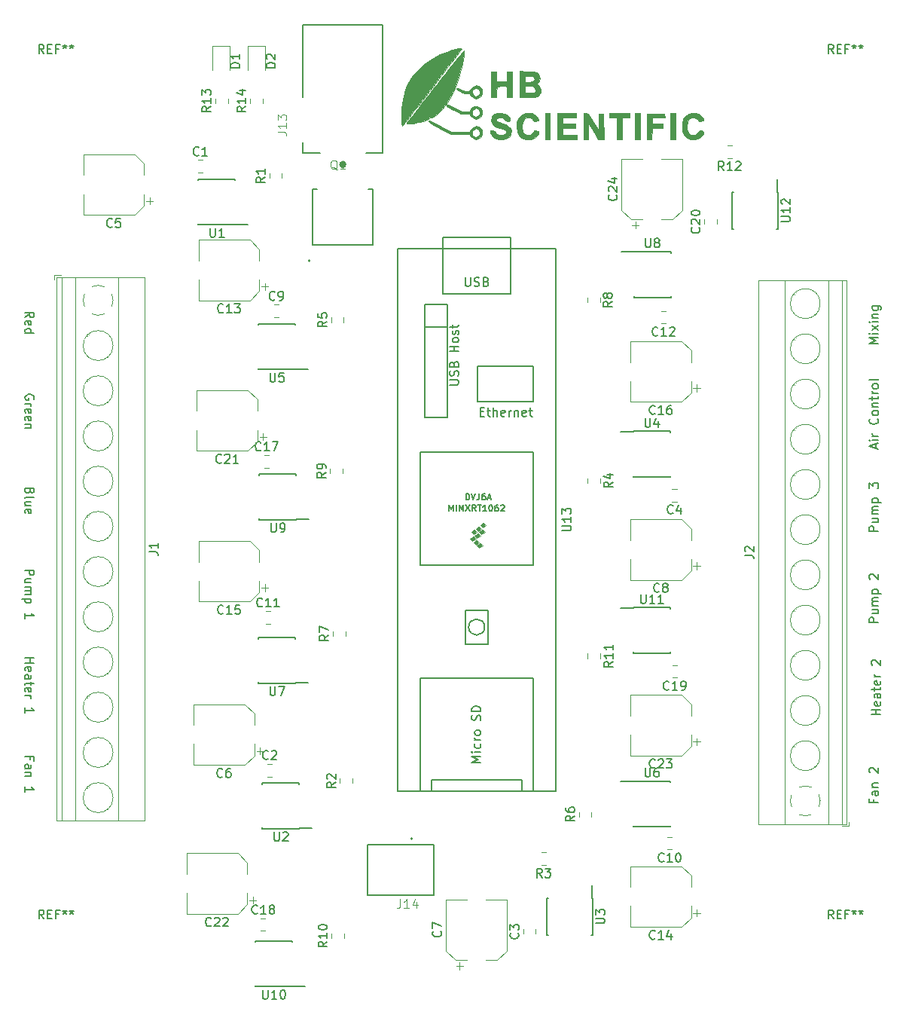
<source format=gbr>
G04 #@! TF.GenerationSoftware,KiCad,Pcbnew,(5.1.5)-3*
G04 #@! TF.CreationDate,2020-10-29T12:26:40+11:00*
G04 #@! TF.ProjectId,MotorControlsV2,4d6f746f-7243-46f6-9e74-726f6c735632,rev?*
G04 #@! TF.SameCoordinates,Original*
G04 #@! TF.FileFunction,Legend,Top*
G04 #@! TF.FilePolarity,Positive*
%FSLAX46Y46*%
G04 Gerber Fmt 4.6, Leading zero omitted, Abs format (unit mm)*
G04 Created by KiCad (PCBNEW (5.1.5)-3) date 2020-10-29 12:26:40*
%MOMM*%
%LPD*%
G04 APERTURE LIST*
%ADD10C,0.150000*%
%ADD11C,0.010000*%
%ADD12C,0.120000*%
%ADD13C,0.127000*%
%ADD14C,0.400000*%
%ADD15C,0.200000*%
%ADD16C,0.100000*%
%ADD17C,0.015000*%
G04 APERTURE END LIST*
D10*
X93547619Y-70428571D02*
X94023809Y-70095238D01*
X93547619Y-69857142D02*
X94547619Y-69857142D01*
X94547619Y-70238095D01*
X94500000Y-70333333D01*
X94452380Y-70380952D01*
X94357142Y-70428571D01*
X94214285Y-70428571D01*
X94119047Y-70380952D01*
X94071428Y-70333333D01*
X94023809Y-70238095D01*
X94023809Y-69857142D01*
X93595238Y-71238095D02*
X93547619Y-71142857D01*
X93547619Y-70952380D01*
X93595238Y-70857142D01*
X93690476Y-70809523D01*
X94071428Y-70809523D01*
X94166666Y-70857142D01*
X94214285Y-70952380D01*
X94214285Y-71142857D01*
X94166666Y-71238095D01*
X94071428Y-71285714D01*
X93976190Y-71285714D01*
X93880952Y-70809523D01*
X93547619Y-72142857D02*
X94547619Y-72142857D01*
X93595238Y-72142857D02*
X93547619Y-72047619D01*
X93547619Y-71857142D01*
X93595238Y-71761904D01*
X93642857Y-71714285D01*
X93738095Y-71666666D01*
X94023809Y-71666666D01*
X94119047Y-71714285D01*
X94166666Y-71761904D01*
X94214285Y-71857142D01*
X94214285Y-72047619D01*
X94166666Y-72142857D01*
X94500000Y-79642857D02*
X94547619Y-79547619D01*
X94547619Y-79404761D01*
X94500000Y-79261904D01*
X94404761Y-79166666D01*
X94309523Y-79119047D01*
X94119047Y-79071428D01*
X93976190Y-79071428D01*
X93785714Y-79119047D01*
X93690476Y-79166666D01*
X93595238Y-79261904D01*
X93547619Y-79404761D01*
X93547619Y-79500000D01*
X93595238Y-79642857D01*
X93642857Y-79690476D01*
X93976190Y-79690476D01*
X93976190Y-79500000D01*
X93547619Y-80119047D02*
X94214285Y-80119047D01*
X94023809Y-80119047D02*
X94119047Y-80166666D01*
X94166666Y-80214285D01*
X94214285Y-80309523D01*
X94214285Y-80404761D01*
X93595238Y-81119047D02*
X93547619Y-81023809D01*
X93547619Y-80833333D01*
X93595238Y-80738095D01*
X93690476Y-80690476D01*
X94071428Y-80690476D01*
X94166666Y-80738095D01*
X94214285Y-80833333D01*
X94214285Y-81023809D01*
X94166666Y-81119047D01*
X94071428Y-81166666D01*
X93976190Y-81166666D01*
X93880952Y-80690476D01*
X93595238Y-81976190D02*
X93547619Y-81880952D01*
X93547619Y-81690476D01*
X93595238Y-81595238D01*
X93690476Y-81547619D01*
X94071428Y-81547619D01*
X94166666Y-81595238D01*
X94214285Y-81690476D01*
X94214285Y-81880952D01*
X94166666Y-81976190D01*
X94071428Y-82023809D01*
X93976190Y-82023809D01*
X93880952Y-81547619D01*
X94214285Y-82452380D02*
X93547619Y-82452380D01*
X94119047Y-82452380D02*
X94166666Y-82500000D01*
X94214285Y-82595238D01*
X94214285Y-82738095D01*
X94166666Y-82833333D01*
X94071428Y-82880952D01*
X93547619Y-82880952D01*
X94071428Y-89928571D02*
X94023809Y-90071428D01*
X93976190Y-90119047D01*
X93880952Y-90166666D01*
X93738095Y-90166666D01*
X93642857Y-90119047D01*
X93595238Y-90071428D01*
X93547619Y-89976190D01*
X93547619Y-89595238D01*
X94547619Y-89595238D01*
X94547619Y-89928571D01*
X94500000Y-90023809D01*
X94452380Y-90071428D01*
X94357142Y-90119047D01*
X94261904Y-90119047D01*
X94166666Y-90071428D01*
X94119047Y-90023809D01*
X94071428Y-89928571D01*
X94071428Y-89595238D01*
X93547619Y-90738095D02*
X93595238Y-90642857D01*
X93690476Y-90595238D01*
X94547619Y-90595238D01*
X94214285Y-91547619D02*
X93547619Y-91547619D01*
X94214285Y-91119047D02*
X93690476Y-91119047D01*
X93595238Y-91166666D01*
X93547619Y-91261904D01*
X93547619Y-91404761D01*
X93595238Y-91500000D01*
X93642857Y-91547619D01*
X93595238Y-92404761D02*
X93547619Y-92309523D01*
X93547619Y-92119047D01*
X93595238Y-92023809D01*
X93690476Y-91976190D01*
X94071428Y-91976190D01*
X94166666Y-92023809D01*
X94214285Y-92119047D01*
X94214285Y-92309523D01*
X94166666Y-92404761D01*
X94071428Y-92452380D01*
X93976190Y-92452380D01*
X93880952Y-91976190D01*
X93547619Y-98809523D02*
X94547619Y-98809523D01*
X94547619Y-99190476D01*
X94500000Y-99285714D01*
X94452380Y-99333333D01*
X94357142Y-99380952D01*
X94214285Y-99380952D01*
X94119047Y-99333333D01*
X94071428Y-99285714D01*
X94023809Y-99190476D01*
X94023809Y-98809523D01*
X94214285Y-100238095D02*
X93547619Y-100238095D01*
X94214285Y-99809523D02*
X93690476Y-99809523D01*
X93595238Y-99857142D01*
X93547619Y-99952380D01*
X93547619Y-100095238D01*
X93595238Y-100190476D01*
X93642857Y-100238095D01*
X93547619Y-100714285D02*
X94214285Y-100714285D01*
X94119047Y-100714285D02*
X94166666Y-100761904D01*
X94214285Y-100857142D01*
X94214285Y-101000000D01*
X94166666Y-101095238D01*
X94071428Y-101142857D01*
X93547619Y-101142857D01*
X94071428Y-101142857D02*
X94166666Y-101190476D01*
X94214285Y-101285714D01*
X94214285Y-101428571D01*
X94166666Y-101523809D01*
X94071428Y-101571428D01*
X93547619Y-101571428D01*
X94214285Y-102047619D02*
X93214285Y-102047619D01*
X94166666Y-102047619D02*
X94214285Y-102142857D01*
X94214285Y-102333333D01*
X94166666Y-102428571D01*
X94119047Y-102476190D01*
X94023809Y-102523809D01*
X93738095Y-102523809D01*
X93642857Y-102476190D01*
X93595238Y-102428571D01*
X93547619Y-102333333D01*
X93547619Y-102142857D01*
X93595238Y-102047619D01*
X93547619Y-104238095D02*
X93547619Y-103666666D01*
X93547619Y-103952380D02*
X94547619Y-103952380D01*
X94404761Y-103857142D01*
X94309523Y-103761904D01*
X94261904Y-103666666D01*
X93547619Y-108702380D02*
X94547619Y-108702380D01*
X94071428Y-108702380D02*
X94071428Y-109273809D01*
X93547619Y-109273809D02*
X94547619Y-109273809D01*
X93595238Y-110130952D02*
X93547619Y-110035714D01*
X93547619Y-109845238D01*
X93595238Y-109750000D01*
X93690476Y-109702380D01*
X94071428Y-109702380D01*
X94166666Y-109750000D01*
X94214285Y-109845238D01*
X94214285Y-110035714D01*
X94166666Y-110130952D01*
X94071428Y-110178571D01*
X93976190Y-110178571D01*
X93880952Y-109702380D01*
X93547619Y-111035714D02*
X94071428Y-111035714D01*
X94166666Y-110988095D01*
X94214285Y-110892857D01*
X94214285Y-110702380D01*
X94166666Y-110607142D01*
X93595238Y-111035714D02*
X93547619Y-110940476D01*
X93547619Y-110702380D01*
X93595238Y-110607142D01*
X93690476Y-110559523D01*
X93785714Y-110559523D01*
X93880952Y-110607142D01*
X93928571Y-110702380D01*
X93928571Y-110940476D01*
X93976190Y-111035714D01*
X94214285Y-111369047D02*
X94214285Y-111750000D01*
X94547619Y-111511904D02*
X93690476Y-111511904D01*
X93595238Y-111559523D01*
X93547619Y-111654761D01*
X93547619Y-111750000D01*
X93595238Y-112464285D02*
X93547619Y-112369047D01*
X93547619Y-112178571D01*
X93595238Y-112083333D01*
X93690476Y-112035714D01*
X94071428Y-112035714D01*
X94166666Y-112083333D01*
X94214285Y-112178571D01*
X94214285Y-112369047D01*
X94166666Y-112464285D01*
X94071428Y-112511904D01*
X93976190Y-112511904D01*
X93880952Y-112035714D01*
X93547619Y-112940476D02*
X94214285Y-112940476D01*
X94023809Y-112940476D02*
X94119047Y-112988095D01*
X94166666Y-113035714D01*
X94214285Y-113130952D01*
X94214285Y-113226190D01*
X93547619Y-114845238D02*
X93547619Y-114273809D01*
X93547619Y-114559523D02*
X94547619Y-114559523D01*
X94404761Y-114464285D01*
X94309523Y-114369047D01*
X94261904Y-114273809D01*
X94071428Y-120130952D02*
X94071428Y-119797619D01*
X93547619Y-119797619D02*
X94547619Y-119797619D01*
X94547619Y-120273809D01*
X93547619Y-121083333D02*
X94071428Y-121083333D01*
X94166666Y-121035714D01*
X94214285Y-120940476D01*
X94214285Y-120750000D01*
X94166666Y-120654761D01*
X93595238Y-121083333D02*
X93547619Y-120988095D01*
X93547619Y-120750000D01*
X93595238Y-120654761D01*
X93690476Y-120607142D01*
X93785714Y-120607142D01*
X93880952Y-120654761D01*
X93928571Y-120750000D01*
X93928571Y-120988095D01*
X93976190Y-121083333D01*
X94214285Y-121559523D02*
X93547619Y-121559523D01*
X94119047Y-121559523D02*
X94166666Y-121607142D01*
X94214285Y-121702380D01*
X94214285Y-121845238D01*
X94166666Y-121940476D01*
X94071428Y-121988095D01*
X93547619Y-121988095D01*
X93547619Y-123750000D02*
X93547619Y-123178571D01*
X93547619Y-123464285D02*
X94547619Y-123464285D01*
X94404761Y-123369047D01*
X94309523Y-123273809D01*
X94261904Y-123178571D01*
X189452380Y-73369047D02*
X188452380Y-73369047D01*
X189166666Y-73035714D01*
X188452380Y-72702380D01*
X189452380Y-72702380D01*
X189452380Y-72226190D02*
X188785714Y-72226190D01*
X188452380Y-72226190D02*
X188500000Y-72273809D01*
X188547619Y-72226190D01*
X188500000Y-72178571D01*
X188452380Y-72226190D01*
X188547619Y-72226190D01*
X189452380Y-71845238D02*
X188785714Y-71321428D01*
X188785714Y-71845238D02*
X189452380Y-71321428D01*
X189452380Y-70940476D02*
X188785714Y-70940476D01*
X188452380Y-70940476D02*
X188500000Y-70988095D01*
X188547619Y-70940476D01*
X188500000Y-70892857D01*
X188452380Y-70940476D01*
X188547619Y-70940476D01*
X188785714Y-70464285D02*
X189452380Y-70464285D01*
X188880952Y-70464285D02*
X188833333Y-70416666D01*
X188785714Y-70321428D01*
X188785714Y-70178571D01*
X188833333Y-70083333D01*
X188928571Y-70035714D01*
X189452380Y-70035714D01*
X188785714Y-69130952D02*
X189595238Y-69130952D01*
X189690476Y-69178571D01*
X189738095Y-69226190D01*
X189785714Y-69321428D01*
X189785714Y-69464285D01*
X189738095Y-69559523D01*
X189404761Y-69130952D02*
X189452380Y-69226190D01*
X189452380Y-69416666D01*
X189404761Y-69511904D01*
X189357142Y-69559523D01*
X189261904Y-69607142D01*
X188976190Y-69607142D01*
X188880952Y-69559523D01*
X188833333Y-69511904D01*
X188785714Y-69416666D01*
X188785714Y-69226190D01*
X188833333Y-69130952D01*
X189166666Y-85130952D02*
X189166666Y-84654761D01*
X189452380Y-85226190D02*
X188452380Y-84892857D01*
X189452380Y-84559523D01*
X189452380Y-84226190D02*
X188785714Y-84226190D01*
X188452380Y-84226190D02*
X188500000Y-84273809D01*
X188547619Y-84226190D01*
X188500000Y-84178571D01*
X188452380Y-84226190D01*
X188547619Y-84226190D01*
X189452380Y-83750000D02*
X188785714Y-83750000D01*
X188976190Y-83750000D02*
X188880952Y-83702380D01*
X188833333Y-83654761D01*
X188785714Y-83559523D01*
X188785714Y-83464285D01*
X189357142Y-81797619D02*
X189404761Y-81845238D01*
X189452380Y-81988095D01*
X189452380Y-82083333D01*
X189404761Y-82226190D01*
X189309523Y-82321428D01*
X189214285Y-82369047D01*
X189023809Y-82416666D01*
X188880952Y-82416666D01*
X188690476Y-82369047D01*
X188595238Y-82321428D01*
X188500000Y-82226190D01*
X188452380Y-82083333D01*
X188452380Y-81988095D01*
X188500000Y-81845238D01*
X188547619Y-81797619D01*
X189452380Y-81226190D02*
X189404761Y-81321428D01*
X189357142Y-81369047D01*
X189261904Y-81416666D01*
X188976190Y-81416666D01*
X188880952Y-81369047D01*
X188833333Y-81321428D01*
X188785714Y-81226190D01*
X188785714Y-81083333D01*
X188833333Y-80988095D01*
X188880952Y-80940476D01*
X188976190Y-80892857D01*
X189261904Y-80892857D01*
X189357142Y-80940476D01*
X189404761Y-80988095D01*
X189452380Y-81083333D01*
X189452380Y-81226190D01*
X188785714Y-80464285D02*
X189452380Y-80464285D01*
X188880952Y-80464285D02*
X188833333Y-80416666D01*
X188785714Y-80321428D01*
X188785714Y-80178571D01*
X188833333Y-80083333D01*
X188928571Y-80035714D01*
X189452380Y-80035714D01*
X188785714Y-79702380D02*
X188785714Y-79321428D01*
X188452380Y-79559523D02*
X189309523Y-79559523D01*
X189404761Y-79511904D01*
X189452380Y-79416666D01*
X189452380Y-79321428D01*
X189452380Y-78988095D02*
X188785714Y-78988095D01*
X188976190Y-78988095D02*
X188880952Y-78940476D01*
X188833333Y-78892857D01*
X188785714Y-78797619D01*
X188785714Y-78702380D01*
X189452380Y-78226190D02*
X189404761Y-78321428D01*
X189357142Y-78369047D01*
X189261904Y-78416666D01*
X188976190Y-78416666D01*
X188880952Y-78369047D01*
X188833333Y-78321428D01*
X188785714Y-78226190D01*
X188785714Y-78083333D01*
X188833333Y-77988095D01*
X188880952Y-77940476D01*
X188976190Y-77892857D01*
X189261904Y-77892857D01*
X189357142Y-77940476D01*
X189404761Y-77988095D01*
X189452380Y-78083333D01*
X189452380Y-78226190D01*
X189452380Y-77321428D02*
X189404761Y-77416666D01*
X189309523Y-77464285D01*
X188452380Y-77464285D01*
X189452380Y-94440476D02*
X188452380Y-94440476D01*
X188452380Y-94059523D01*
X188500000Y-93964285D01*
X188547619Y-93916666D01*
X188642857Y-93869047D01*
X188785714Y-93869047D01*
X188880952Y-93916666D01*
X188928571Y-93964285D01*
X188976190Y-94059523D01*
X188976190Y-94440476D01*
X188785714Y-93011904D02*
X189452380Y-93011904D01*
X188785714Y-93440476D02*
X189309523Y-93440476D01*
X189404761Y-93392857D01*
X189452380Y-93297619D01*
X189452380Y-93154761D01*
X189404761Y-93059523D01*
X189357142Y-93011904D01*
X189452380Y-92535714D02*
X188785714Y-92535714D01*
X188880952Y-92535714D02*
X188833333Y-92488095D01*
X188785714Y-92392857D01*
X188785714Y-92250000D01*
X188833333Y-92154761D01*
X188928571Y-92107142D01*
X189452380Y-92107142D01*
X188928571Y-92107142D02*
X188833333Y-92059523D01*
X188785714Y-91964285D01*
X188785714Y-91821428D01*
X188833333Y-91726190D01*
X188928571Y-91678571D01*
X189452380Y-91678571D01*
X188785714Y-91202380D02*
X189785714Y-91202380D01*
X188833333Y-91202380D02*
X188785714Y-91107142D01*
X188785714Y-90916666D01*
X188833333Y-90821428D01*
X188880952Y-90773809D01*
X188976190Y-90726190D01*
X189261904Y-90726190D01*
X189357142Y-90773809D01*
X189404761Y-90821428D01*
X189452380Y-90916666D01*
X189452380Y-91107142D01*
X189404761Y-91202380D01*
X188452380Y-89630952D02*
X188452380Y-89011904D01*
X188833333Y-89345238D01*
X188833333Y-89202380D01*
X188880952Y-89107142D01*
X188928571Y-89059523D01*
X189023809Y-89011904D01*
X189261904Y-89011904D01*
X189357142Y-89059523D01*
X189404761Y-89107142D01*
X189452380Y-89202380D01*
X189452380Y-89488095D01*
X189404761Y-89583333D01*
X189357142Y-89630952D01*
X189452380Y-104690476D02*
X188452380Y-104690476D01*
X188452380Y-104309523D01*
X188500000Y-104214285D01*
X188547619Y-104166666D01*
X188642857Y-104119047D01*
X188785714Y-104119047D01*
X188880952Y-104166666D01*
X188928571Y-104214285D01*
X188976190Y-104309523D01*
X188976190Y-104690476D01*
X188785714Y-103261904D02*
X189452380Y-103261904D01*
X188785714Y-103690476D02*
X189309523Y-103690476D01*
X189404761Y-103642857D01*
X189452380Y-103547619D01*
X189452380Y-103404761D01*
X189404761Y-103309523D01*
X189357142Y-103261904D01*
X189452380Y-102785714D02*
X188785714Y-102785714D01*
X188880952Y-102785714D02*
X188833333Y-102738095D01*
X188785714Y-102642857D01*
X188785714Y-102500000D01*
X188833333Y-102404761D01*
X188928571Y-102357142D01*
X189452380Y-102357142D01*
X188928571Y-102357142D02*
X188833333Y-102309523D01*
X188785714Y-102214285D01*
X188785714Y-102071428D01*
X188833333Y-101976190D01*
X188928571Y-101928571D01*
X189452380Y-101928571D01*
X188785714Y-101452380D02*
X189785714Y-101452380D01*
X188833333Y-101452380D02*
X188785714Y-101357142D01*
X188785714Y-101166666D01*
X188833333Y-101071428D01*
X188880952Y-101023809D01*
X188976190Y-100976190D01*
X189261904Y-100976190D01*
X189357142Y-101023809D01*
X189404761Y-101071428D01*
X189452380Y-101166666D01*
X189452380Y-101357142D01*
X189404761Y-101452380D01*
X188547619Y-99833333D02*
X188500000Y-99785714D01*
X188452380Y-99690476D01*
X188452380Y-99452380D01*
X188500000Y-99357142D01*
X188547619Y-99309523D01*
X188642857Y-99261904D01*
X188738095Y-99261904D01*
X188880952Y-99309523D01*
X189452380Y-99880952D01*
X189452380Y-99261904D01*
X189702380Y-115047619D02*
X188702380Y-115047619D01*
X189178571Y-115047619D02*
X189178571Y-114476190D01*
X189702380Y-114476190D02*
X188702380Y-114476190D01*
X189654761Y-113619047D02*
X189702380Y-113714285D01*
X189702380Y-113904761D01*
X189654761Y-114000000D01*
X189559523Y-114047619D01*
X189178571Y-114047619D01*
X189083333Y-114000000D01*
X189035714Y-113904761D01*
X189035714Y-113714285D01*
X189083333Y-113619047D01*
X189178571Y-113571428D01*
X189273809Y-113571428D01*
X189369047Y-114047619D01*
X189702380Y-112714285D02*
X189178571Y-112714285D01*
X189083333Y-112761904D01*
X189035714Y-112857142D01*
X189035714Y-113047619D01*
X189083333Y-113142857D01*
X189654761Y-112714285D02*
X189702380Y-112809523D01*
X189702380Y-113047619D01*
X189654761Y-113142857D01*
X189559523Y-113190476D01*
X189464285Y-113190476D01*
X189369047Y-113142857D01*
X189321428Y-113047619D01*
X189321428Y-112809523D01*
X189273809Y-112714285D01*
X189035714Y-112380952D02*
X189035714Y-112000000D01*
X188702380Y-112238095D02*
X189559523Y-112238095D01*
X189654761Y-112190476D01*
X189702380Y-112095238D01*
X189702380Y-112000000D01*
X189654761Y-111285714D02*
X189702380Y-111380952D01*
X189702380Y-111571428D01*
X189654761Y-111666666D01*
X189559523Y-111714285D01*
X189178571Y-111714285D01*
X189083333Y-111666666D01*
X189035714Y-111571428D01*
X189035714Y-111380952D01*
X189083333Y-111285714D01*
X189178571Y-111238095D01*
X189273809Y-111238095D01*
X189369047Y-111714285D01*
X189702380Y-110809523D02*
X189035714Y-110809523D01*
X189226190Y-110809523D02*
X189130952Y-110761904D01*
X189083333Y-110714285D01*
X189035714Y-110619047D01*
X189035714Y-110523809D01*
X188797619Y-109476190D02*
X188750000Y-109428571D01*
X188702380Y-109333333D01*
X188702380Y-109095238D01*
X188750000Y-109000000D01*
X188797619Y-108952380D01*
X188892857Y-108904761D01*
X188988095Y-108904761D01*
X189130952Y-108952380D01*
X189702380Y-109523809D01*
X189702380Y-108904761D01*
X188928571Y-124619047D02*
X188928571Y-124952380D01*
X189452380Y-124952380D02*
X188452380Y-124952380D01*
X188452380Y-124476190D01*
X189452380Y-123666666D02*
X188928571Y-123666666D01*
X188833333Y-123714285D01*
X188785714Y-123809523D01*
X188785714Y-124000000D01*
X188833333Y-124095238D01*
X189404761Y-123666666D02*
X189452380Y-123761904D01*
X189452380Y-124000000D01*
X189404761Y-124095238D01*
X189309523Y-124142857D01*
X189214285Y-124142857D01*
X189119047Y-124095238D01*
X189071428Y-124000000D01*
X189071428Y-123761904D01*
X189023809Y-123666666D01*
X188785714Y-123190476D02*
X189452380Y-123190476D01*
X188880952Y-123190476D02*
X188833333Y-123142857D01*
X188785714Y-123047619D01*
X188785714Y-122904761D01*
X188833333Y-122809523D01*
X188928571Y-122761904D01*
X189452380Y-122761904D01*
X188547619Y-121571428D02*
X188500000Y-121523809D01*
X188452380Y-121428571D01*
X188452380Y-121190476D01*
X188500000Y-121095238D01*
X188547619Y-121047619D01*
X188642857Y-121000000D01*
X188738095Y-121000000D01*
X188880952Y-121047619D01*
X189452380Y-121619047D01*
X189452380Y-121000000D01*
D11*
G36*
X150008922Y-42781254D02*
G01*
X150438947Y-42802263D01*
X150761056Y-42838935D01*
X150994061Y-42898673D01*
X151156778Y-42988881D01*
X151268021Y-43116963D01*
X151346604Y-43290323D01*
X151353352Y-43310318D01*
X151386436Y-43549609D01*
X151344634Y-43785612D01*
X151240163Y-43973649D01*
X151152476Y-44044864D01*
X151083232Y-44091408D01*
X151082467Y-44143491D01*
X151161243Y-44230011D01*
X151255599Y-44314251D01*
X151454759Y-44558347D01*
X151530627Y-44832746D01*
X151482831Y-45135833D01*
X151458293Y-45200006D01*
X151368906Y-45374613D01*
X151254874Y-45503153D01*
X151096871Y-45592282D01*
X150875572Y-45648661D01*
X150571651Y-45678947D01*
X150165780Y-45689800D01*
X150035375Y-45690262D01*
X149130500Y-45690500D01*
X149130500Y-45182500D01*
X149702000Y-45182500D01*
X150233974Y-45182500D01*
X150533720Y-45174677D01*
X150725993Y-45149343D01*
X150829468Y-45103697D01*
X150841557Y-45091398D01*
X150888680Y-44967461D01*
X150897316Y-44795081D01*
X150896957Y-44791221D01*
X150846654Y-44622956D01*
X150723580Y-44510439D01*
X150511877Y-44446018D01*
X150195686Y-44422040D01*
X150130625Y-44421436D01*
X149702000Y-44420500D01*
X149702000Y-45182500D01*
X149130500Y-45182500D01*
X149130500Y-43277500D01*
X149702000Y-43277500D01*
X149702000Y-43976000D01*
X150041774Y-43976000D01*
X150279371Y-43962777D01*
X150497860Y-43929202D01*
X150578929Y-43907192D01*
X150758129Y-43797471D01*
X150822547Y-43641700D01*
X150766830Y-43454410D01*
X150753552Y-43433140D01*
X150689598Y-43352802D01*
X150606844Y-43306077D01*
X150472136Y-43284018D01*
X150252318Y-43277677D01*
X150176786Y-43277500D01*
X149702000Y-43277500D01*
X149130500Y-43277500D01*
X149130500Y-42753220D01*
X150008922Y-42781254D01*
G37*
X150008922Y-42781254D02*
X150438947Y-42802263D01*
X150761056Y-42838935D01*
X150994061Y-42898673D01*
X151156778Y-42988881D01*
X151268021Y-43116963D01*
X151346604Y-43290323D01*
X151353352Y-43310318D01*
X151386436Y-43549609D01*
X151344634Y-43785612D01*
X151240163Y-43973649D01*
X151152476Y-44044864D01*
X151083232Y-44091408D01*
X151082467Y-44143491D01*
X151161243Y-44230011D01*
X151255599Y-44314251D01*
X151454759Y-44558347D01*
X151530627Y-44832746D01*
X151482831Y-45135833D01*
X151458293Y-45200006D01*
X151368906Y-45374613D01*
X151254874Y-45503153D01*
X151096871Y-45592282D01*
X150875572Y-45648661D01*
X150571651Y-45678947D01*
X150165780Y-45689800D01*
X150035375Y-45690262D01*
X149130500Y-45690500D01*
X149130500Y-45182500D01*
X149702000Y-45182500D01*
X150233974Y-45182500D01*
X150533720Y-45174677D01*
X150725993Y-45149343D01*
X150829468Y-45103697D01*
X150841557Y-45091398D01*
X150888680Y-44967461D01*
X150897316Y-44795081D01*
X150896957Y-44791221D01*
X150846654Y-44622956D01*
X150723580Y-44510439D01*
X150511877Y-44446018D01*
X150195686Y-44422040D01*
X150130625Y-44421436D01*
X149702000Y-44420500D01*
X149702000Y-45182500D01*
X149130500Y-45182500D01*
X149130500Y-43277500D01*
X149702000Y-43277500D01*
X149702000Y-43976000D01*
X150041774Y-43976000D01*
X150279371Y-43962777D01*
X150497860Y-43929202D01*
X150578929Y-43907192D01*
X150758129Y-43797471D01*
X150822547Y-43641700D01*
X150766830Y-43454410D01*
X150753552Y-43433140D01*
X150689598Y-43352802D01*
X150606844Y-43306077D01*
X150472136Y-43284018D01*
X150252318Y-43277677D01*
X150176786Y-43277500D01*
X149702000Y-43277500D01*
X149130500Y-43277500D01*
X149130500Y-42753220D01*
X150008922Y-42781254D01*
G36*
X148003375Y-42781723D02*
G01*
X148273250Y-42801250D01*
X148307384Y-45690500D01*
X147733500Y-45690500D01*
X147732801Y-45293625D01*
X147725774Y-45034468D01*
X147708416Y-44786828D01*
X147692362Y-44656279D01*
X147652621Y-44415808D01*
X147105685Y-44434029D01*
X146558750Y-44452250D01*
X146540575Y-45071375D01*
X146522401Y-45690500D01*
X145955500Y-45690500D01*
X145955500Y-42769500D01*
X146527000Y-42769500D01*
X146527000Y-43912500D01*
X147733500Y-43912500D01*
X147733500Y-42762197D01*
X148003375Y-42781723D01*
G37*
X148003375Y-42781723D02*
X148273250Y-42801250D01*
X148307384Y-45690500D01*
X147733500Y-45690500D01*
X147732801Y-45293625D01*
X147725774Y-45034468D01*
X147708416Y-44786828D01*
X147692362Y-44656279D01*
X147652621Y-44415808D01*
X147105685Y-44434029D01*
X146558750Y-44452250D01*
X146540575Y-45071375D01*
X146522401Y-45690500D01*
X145955500Y-45690500D01*
X145955500Y-42769500D01*
X146527000Y-42769500D01*
X146527000Y-43912500D01*
X147733500Y-43912500D01*
X147733500Y-42762197D01*
X148003375Y-42781723D01*
G36*
X144450761Y-44405678D02*
G01*
X144676913Y-44529303D01*
X144840395Y-44688266D01*
X144903157Y-44841126D01*
X144937376Y-45047505D01*
X144939500Y-45107729D01*
X144921684Y-45306321D01*
X144849897Y-45458855D01*
X144723600Y-45601600D01*
X144476737Y-45777339D01*
X144217938Y-45827365D01*
X143954232Y-45751538D01*
X143766959Y-45620421D01*
X143633094Y-45485273D01*
X143552797Y-45370209D01*
X143542500Y-45334671D01*
X143504861Y-45280865D01*
X143378671Y-45252973D01*
X143179885Y-45246000D01*
X142925796Y-45228580D01*
X142692382Y-45165456D01*
X142645180Y-45143813D01*
X143796261Y-45143813D01*
X143858874Y-45339204D01*
X143996258Y-45489368D01*
X144196381Y-45561372D01*
X144241000Y-45563500D01*
X144427452Y-45520440D01*
X144558500Y-45436500D01*
X144669994Y-45244657D01*
X144681451Y-45024516D01*
X144595535Y-44821952D01*
X144518186Y-44742608D01*
X144306447Y-44628533D01*
X144110855Y-44638453D01*
X143943467Y-44749068D01*
X143820449Y-44936123D01*
X143796261Y-45143813D01*
X142645180Y-45143813D01*
X142419472Y-45040323D01*
X142418120Y-45039625D01*
X142220802Y-44927670D01*
X142078045Y-44827731D01*
X142018982Y-44760376D01*
X142018734Y-44757622D01*
X142055005Y-44662003D01*
X142168769Y-44651836D01*
X142366171Y-44727622D01*
X142495745Y-44796542D01*
X142760925Y-44924493D01*
X143001035Y-44982666D01*
X143178366Y-44992000D01*
X143377123Y-44986266D01*
X143488123Y-44957058D01*
X143550491Y-44886366D01*
X143585376Y-44804642D01*
X143706665Y-44626211D01*
X143901981Y-44470350D01*
X144119788Y-44372924D01*
X144228278Y-44357237D01*
X144450761Y-44405678D01*
G37*
X144450761Y-44405678D02*
X144676913Y-44529303D01*
X144840395Y-44688266D01*
X144903157Y-44841126D01*
X144937376Y-45047505D01*
X144939500Y-45107729D01*
X144921684Y-45306321D01*
X144849897Y-45458855D01*
X144723600Y-45601600D01*
X144476737Y-45777339D01*
X144217938Y-45827365D01*
X143954232Y-45751538D01*
X143766959Y-45620421D01*
X143633094Y-45485273D01*
X143552797Y-45370209D01*
X143542500Y-45334671D01*
X143504861Y-45280865D01*
X143378671Y-45252973D01*
X143179885Y-45246000D01*
X142925796Y-45228580D01*
X142692382Y-45165456D01*
X142645180Y-45143813D01*
X143796261Y-45143813D01*
X143858874Y-45339204D01*
X143996258Y-45489368D01*
X144196381Y-45561372D01*
X144241000Y-45563500D01*
X144427452Y-45520440D01*
X144558500Y-45436500D01*
X144669994Y-45244657D01*
X144681451Y-45024516D01*
X144595535Y-44821952D01*
X144518186Y-44742608D01*
X144306447Y-44628533D01*
X144110855Y-44638453D01*
X143943467Y-44749068D01*
X143820449Y-44936123D01*
X143796261Y-45143813D01*
X142645180Y-45143813D01*
X142419472Y-45040323D01*
X142418120Y-45039625D01*
X142220802Y-44927670D01*
X142078045Y-44827731D01*
X142018982Y-44760376D01*
X142018734Y-44757622D01*
X142055005Y-44662003D01*
X142168769Y-44651836D01*
X142366171Y-44727622D01*
X142495745Y-44796542D01*
X142760925Y-44924493D01*
X143001035Y-44982666D01*
X143178366Y-44992000D01*
X143377123Y-44986266D01*
X143488123Y-44957058D01*
X143550491Y-44886366D01*
X143585376Y-44804642D01*
X143706665Y-44626211D01*
X143901981Y-44470350D01*
X144119788Y-44372924D01*
X144228278Y-44357237D01*
X144450761Y-44405678D01*
G36*
X141014670Y-46498946D02*
G01*
X141179014Y-46565929D01*
X141409632Y-46675288D01*
X141684391Y-46816945D01*
X141767398Y-46861666D01*
X142074999Y-47027803D01*
X142300143Y-47142561D01*
X142471827Y-47215446D01*
X142619048Y-47255960D01*
X142770806Y-47273609D01*
X142956097Y-47277897D01*
X143037664Y-47278000D01*
X143303713Y-47272471D01*
X143462588Y-47253662D01*
X143533724Y-47218234D01*
X143542500Y-47191313D01*
X143596762Y-47039731D01*
X143736051Y-46881515D01*
X143925121Y-46750817D01*
X144050618Y-46698962D01*
X144342520Y-46668254D01*
X144597136Y-46747665D01*
X144794167Y-46921455D01*
X144913311Y-47173885D01*
X144939500Y-47388163D01*
X144922441Y-47588914D01*
X144852906Y-47740847D01*
X144723600Y-47887600D01*
X144476737Y-48063339D01*
X144217938Y-48113365D01*
X143954232Y-48037538D01*
X143766959Y-47906421D01*
X143633094Y-47771273D01*
X143552797Y-47656209D01*
X143542500Y-47620671D01*
X143513314Y-47575114D01*
X143412254Y-47547485D01*
X143219062Y-47534370D01*
X143015995Y-47532000D01*
X142489490Y-47532000D01*
X142247486Y-47403284D01*
X143792070Y-47403284D01*
X143842859Y-47599468D01*
X143969734Y-47757062D01*
X144161428Y-47842700D01*
X144241000Y-47849500D01*
X144427452Y-47806440D01*
X144558500Y-47722500D01*
X144669994Y-47530657D01*
X144681451Y-47310516D01*
X144595535Y-47107952D01*
X144518186Y-47028608D01*
X144370142Y-46936803D01*
X144243927Y-46897044D01*
X144241000Y-46897000D01*
X144116644Y-46934530D01*
X143968221Y-47025170D01*
X143963813Y-47028608D01*
X143828632Y-47201875D01*
X143792070Y-47403284D01*
X142247486Y-47403284D01*
X141683612Y-47103375D01*
X141337103Y-46914393D01*
X141095675Y-46769881D01*
X140949014Y-46661266D01*
X140886806Y-46579980D01*
X140898738Y-46517451D01*
X140938734Y-46484414D01*
X141014670Y-46498946D01*
G37*
X141014670Y-46498946D02*
X141179014Y-46565929D01*
X141409632Y-46675288D01*
X141684391Y-46816945D01*
X141767398Y-46861666D01*
X142074999Y-47027803D01*
X142300143Y-47142561D01*
X142471827Y-47215446D01*
X142619048Y-47255960D01*
X142770806Y-47273609D01*
X142956097Y-47277897D01*
X143037664Y-47278000D01*
X143303713Y-47272471D01*
X143462588Y-47253662D01*
X143533724Y-47218234D01*
X143542500Y-47191313D01*
X143596762Y-47039731D01*
X143736051Y-46881515D01*
X143925121Y-46750817D01*
X144050618Y-46698962D01*
X144342520Y-46668254D01*
X144597136Y-46747665D01*
X144794167Y-46921455D01*
X144913311Y-47173885D01*
X144939500Y-47388163D01*
X144922441Y-47588914D01*
X144852906Y-47740847D01*
X144723600Y-47887600D01*
X144476737Y-48063339D01*
X144217938Y-48113365D01*
X143954232Y-48037538D01*
X143766959Y-47906421D01*
X143633094Y-47771273D01*
X143552797Y-47656209D01*
X143542500Y-47620671D01*
X143513314Y-47575114D01*
X143412254Y-47547485D01*
X143219062Y-47534370D01*
X143015995Y-47532000D01*
X142489490Y-47532000D01*
X142247486Y-47403284D01*
X143792070Y-47403284D01*
X143842859Y-47599468D01*
X143969734Y-47757062D01*
X144161428Y-47842700D01*
X144241000Y-47849500D01*
X144427452Y-47806440D01*
X144558500Y-47722500D01*
X144669994Y-47530657D01*
X144681451Y-47310516D01*
X144595535Y-47107952D01*
X144518186Y-47028608D01*
X144370142Y-46936803D01*
X144243927Y-46897044D01*
X144241000Y-46897000D01*
X144116644Y-46934530D01*
X143968221Y-47025170D01*
X143963813Y-47028608D01*
X143828632Y-47201875D01*
X143792070Y-47403284D01*
X142247486Y-47403284D01*
X141683612Y-47103375D01*
X141337103Y-46914393D01*
X141095675Y-46769881D01*
X140949014Y-46661266D01*
X140886806Y-46579980D01*
X140898738Y-46517451D01*
X140938734Y-46484414D01*
X141014670Y-46498946D01*
G36*
X142896697Y-40554211D02*
G01*
X142899707Y-40753679D01*
X142868567Y-41041652D01*
X142807222Y-41402461D01*
X142719612Y-41820437D01*
X142609682Y-42279911D01*
X142481373Y-42765216D01*
X142338628Y-43260681D01*
X142185391Y-43750640D01*
X142025603Y-44219422D01*
X141863208Y-44651359D01*
X141708948Y-45015857D01*
X141513750Y-45402099D01*
X141265397Y-45828400D01*
X140985811Y-46261946D01*
X140696914Y-46669925D01*
X140420628Y-47019522D01*
X140232073Y-47226482D01*
X140009753Y-47436544D01*
X139793180Y-47607493D01*
X139545447Y-47764348D01*
X139229645Y-47932126D01*
X139087707Y-48002201D01*
X138690988Y-48180635D01*
X138269021Y-48345690D01*
X137877802Y-48476079D01*
X137741173Y-48514094D01*
X137416938Y-48587113D01*
X137103936Y-48639411D01*
X136825621Y-48669139D01*
X136605447Y-48674451D01*
X136466866Y-48653499D01*
X136430500Y-48617320D01*
X136467819Y-48542170D01*
X136565710Y-48400322D01*
X136703068Y-48222333D01*
X136704593Y-48220445D01*
X136788015Y-48115385D01*
X136942583Y-47918829D01*
X137161464Y-47639524D01*
X137437828Y-47286218D01*
X137764844Y-46867658D01*
X138135680Y-46392591D01*
X138543505Y-45869765D01*
X138981489Y-45307927D01*
X139442800Y-44715825D01*
X139883804Y-44149479D01*
X140375521Y-43519508D01*
X140838878Y-42929138D01*
X141268306Y-42385284D01*
X141658234Y-41894865D01*
X142003094Y-41464796D01*
X142297315Y-41101995D01*
X142535328Y-40813378D01*
X142711563Y-40605862D01*
X142820451Y-40486364D01*
X142855596Y-40458917D01*
X142896697Y-40554211D01*
G37*
X142896697Y-40554211D02*
X142899707Y-40753679D01*
X142868567Y-41041652D01*
X142807222Y-41402461D01*
X142719612Y-41820437D01*
X142609682Y-42279911D01*
X142481373Y-42765216D01*
X142338628Y-43260681D01*
X142185391Y-43750640D01*
X142025603Y-44219422D01*
X141863208Y-44651359D01*
X141708948Y-45015857D01*
X141513750Y-45402099D01*
X141265397Y-45828400D01*
X140985811Y-46261946D01*
X140696914Y-46669925D01*
X140420628Y-47019522D01*
X140232073Y-47226482D01*
X140009753Y-47436544D01*
X139793180Y-47607493D01*
X139545447Y-47764348D01*
X139229645Y-47932126D01*
X139087707Y-48002201D01*
X138690988Y-48180635D01*
X138269021Y-48345690D01*
X137877802Y-48476079D01*
X137741173Y-48514094D01*
X137416938Y-48587113D01*
X137103936Y-48639411D01*
X136825621Y-48669139D01*
X136605447Y-48674451D01*
X136466866Y-48653499D01*
X136430500Y-48617320D01*
X136467819Y-48542170D01*
X136565710Y-48400322D01*
X136703068Y-48222333D01*
X136704593Y-48220445D01*
X136788015Y-48115385D01*
X136942583Y-47918829D01*
X137161464Y-47639524D01*
X137437828Y-47286218D01*
X137764844Y-46867658D01*
X138135680Y-46392591D01*
X138543505Y-45869765D01*
X138981489Y-45307927D01*
X139442800Y-44715825D01*
X139883804Y-44149479D01*
X140375521Y-43519508D01*
X140838878Y-42929138D01*
X141268306Y-42385284D01*
X141658234Y-41894865D01*
X142003094Y-41464796D01*
X142297315Y-41101995D01*
X142535328Y-40813378D01*
X142711563Y-40605862D01*
X142820451Y-40486364D01*
X142855596Y-40458917D01*
X142896697Y-40554211D01*
G36*
X142565906Y-40187857D02*
G01*
X142581080Y-40224507D01*
X142538516Y-40288584D01*
X142425831Y-40443514D01*
X142249867Y-40680355D01*
X142017466Y-40990166D01*
X141735469Y-41364005D01*
X141410720Y-41792931D01*
X141050058Y-42268002D01*
X140660327Y-42780277D01*
X140248368Y-43320815D01*
X139821023Y-43880673D01*
X139385133Y-44450911D01*
X138947541Y-45022586D01*
X138515088Y-45586758D01*
X138094616Y-46134486D01*
X137692966Y-46656827D01*
X137316982Y-47144840D01*
X136973504Y-47589583D01*
X136669374Y-47982116D01*
X136411435Y-48313497D01*
X136206527Y-48574783D01*
X136061493Y-48757035D01*
X135983175Y-48851310D01*
X135971334Y-48862687D01*
X135922965Y-48811114D01*
X135876084Y-48690875D01*
X135852682Y-48530819D01*
X135838932Y-48272930D01*
X135834322Y-47945965D01*
X135838337Y-47578685D01*
X135850464Y-47199847D01*
X135870191Y-46838211D01*
X135897003Y-46522534D01*
X135917742Y-46357250D01*
X136071013Y-45551950D01*
X136279808Y-44840889D01*
X136554073Y-44199766D01*
X136903754Y-43604280D01*
X137220593Y-43174119D01*
X137853269Y-42468114D01*
X138550780Y-41854881D01*
X139324361Y-41326861D01*
X140185243Y-40876496D01*
X141144660Y-40496226D01*
X141256500Y-40458416D01*
X141634646Y-40340909D01*
X141971136Y-40252190D01*
X142249494Y-40195168D01*
X142453243Y-40172754D01*
X142565906Y-40187857D01*
G37*
X142565906Y-40187857D02*
X142581080Y-40224507D01*
X142538516Y-40288584D01*
X142425831Y-40443514D01*
X142249867Y-40680355D01*
X142017466Y-40990166D01*
X141735469Y-41364005D01*
X141410720Y-41792931D01*
X141050058Y-42268002D01*
X140660327Y-42780277D01*
X140248368Y-43320815D01*
X139821023Y-43880673D01*
X139385133Y-44450911D01*
X138947541Y-45022586D01*
X138515088Y-45586758D01*
X138094616Y-46134486D01*
X137692966Y-46656827D01*
X137316982Y-47144840D01*
X136973504Y-47589583D01*
X136669374Y-47982116D01*
X136411435Y-48313497D01*
X136206527Y-48574783D01*
X136061493Y-48757035D01*
X135983175Y-48851310D01*
X135971334Y-48862687D01*
X135922965Y-48811114D01*
X135876084Y-48690875D01*
X135852682Y-48530819D01*
X135838932Y-48272930D01*
X135834322Y-47945965D01*
X135838337Y-47578685D01*
X135850464Y-47199847D01*
X135870191Y-46838211D01*
X135897003Y-46522534D01*
X135917742Y-46357250D01*
X136071013Y-45551950D01*
X136279808Y-44840889D01*
X136554073Y-44199766D01*
X136903754Y-43604280D01*
X137220593Y-43174119D01*
X137853269Y-42468114D01*
X138550780Y-41854881D01*
X139324361Y-41326861D01*
X140185243Y-40876496D01*
X141144660Y-40496226D01*
X141256500Y-40458416D01*
X141634646Y-40340909D01*
X141971136Y-40252190D01*
X142249494Y-40195168D01*
X142453243Y-40172754D01*
X142565906Y-40187857D01*
G36*
X166656500Y-50389500D02*
G01*
X166085000Y-50389500D01*
X166085000Y-47468500D01*
X166656500Y-47468500D01*
X166656500Y-50389500D01*
G37*
X166656500Y-50389500D02*
X166085000Y-50389500D01*
X166085000Y-47468500D01*
X166656500Y-47468500D01*
X166656500Y-50389500D01*
G36*
X165457666Y-47976500D02*
G01*
X164070262Y-47976500D01*
X164030195Y-48268821D01*
X164013259Y-48455156D01*
X164016749Y-48588393D01*
X164025311Y-48618071D01*
X164100151Y-48642676D01*
X164272207Y-48661931D01*
X164511724Y-48673183D01*
X164663830Y-48675000D01*
X165267166Y-48675000D01*
X165227750Y-49151250D01*
X164648313Y-49169402D01*
X164068877Y-49187555D01*
X164029887Y-49423402D01*
X164007367Y-49625518D01*
X163992941Y-49881005D01*
X163990198Y-50024375D01*
X163989500Y-50389500D01*
X163415615Y-50389500D01*
X163432682Y-48944875D01*
X163449750Y-47500250D01*
X165418250Y-47500250D01*
X165457666Y-47976500D01*
G37*
X165457666Y-47976500D02*
X164070262Y-47976500D01*
X164030195Y-48268821D01*
X164013259Y-48455156D01*
X164016749Y-48588393D01*
X164025311Y-48618071D01*
X164100151Y-48642676D01*
X164272207Y-48661931D01*
X164511724Y-48673183D01*
X164663830Y-48675000D01*
X165267166Y-48675000D01*
X165227750Y-49151250D01*
X164648313Y-49169402D01*
X164068877Y-49187555D01*
X164029887Y-49423402D01*
X164007367Y-49625518D01*
X163992941Y-49881005D01*
X163990198Y-50024375D01*
X163989500Y-50389500D01*
X163415615Y-50389500D01*
X163432682Y-48944875D01*
X163449750Y-47500250D01*
X165418250Y-47500250D01*
X165457666Y-47976500D01*
G36*
X162656000Y-50389500D02*
G01*
X162084500Y-50389500D01*
X162084500Y-47468500D01*
X162656000Y-47468500D01*
X162656000Y-50389500D01*
G37*
X162656000Y-50389500D02*
X162084500Y-50389500D01*
X162084500Y-47468500D01*
X162656000Y-47468500D01*
X162656000Y-50389500D01*
G36*
X161513000Y-47976500D02*
G01*
X160624000Y-47976500D01*
X160624000Y-50389500D01*
X160052500Y-50389500D01*
X160052500Y-47976500D01*
X159227000Y-47976500D01*
X159227000Y-47468500D01*
X161513000Y-47468500D01*
X161513000Y-47976500D01*
G37*
X161513000Y-47976500D02*
X160624000Y-47976500D01*
X160624000Y-50389500D01*
X160052500Y-50389500D01*
X160052500Y-47976500D01*
X159227000Y-47976500D01*
X159227000Y-47468500D01*
X161513000Y-47468500D01*
X161513000Y-47976500D01*
G36*
X156575280Y-47480723D02*
G01*
X156844560Y-47500250D01*
X157988750Y-49367116D01*
X158052250Y-47500250D01*
X158560250Y-47500250D01*
X158594384Y-50389500D01*
X157978899Y-50389500D01*
X157412324Y-49469359D01*
X156845750Y-48549218D01*
X156810604Y-50389500D01*
X156306000Y-50389500D01*
X156306000Y-47461197D01*
X156575280Y-47480723D01*
G37*
X156575280Y-47480723D02*
X156844560Y-47500250D01*
X157988750Y-49367116D01*
X158052250Y-47500250D01*
X158560250Y-47500250D01*
X158594384Y-50389500D01*
X157978899Y-50389500D01*
X157412324Y-49469359D01*
X156845750Y-48549218D01*
X156810604Y-50389500D01*
X156306000Y-50389500D01*
X156306000Y-47461197D01*
X156575280Y-47480723D01*
G36*
X155480500Y-47976500D02*
G01*
X153956500Y-47976500D01*
X153956500Y-48607340D01*
X155385250Y-48643250D01*
X155424666Y-49119500D01*
X153956500Y-49119500D01*
X153956500Y-49881500D01*
X155544000Y-49881500D01*
X155544000Y-50389500D01*
X153385000Y-50389500D01*
X153385000Y-47468500D01*
X155480500Y-47468500D01*
X155480500Y-47976500D01*
G37*
X155480500Y-47976500D02*
X153956500Y-47976500D01*
X153956500Y-48607340D01*
X155385250Y-48643250D01*
X155424666Y-49119500D01*
X153956500Y-49119500D01*
X153956500Y-49881500D01*
X155544000Y-49881500D01*
X155544000Y-50389500D01*
X153385000Y-50389500D01*
X153385000Y-47468500D01*
X155480500Y-47468500D01*
X155480500Y-47976500D01*
G36*
X152559500Y-50389500D02*
G01*
X151988000Y-50389500D01*
X151988000Y-47468500D01*
X152559500Y-47468500D01*
X152559500Y-50389500D01*
G37*
X152559500Y-50389500D02*
X151988000Y-50389500D01*
X151988000Y-47468500D01*
X152559500Y-47468500D01*
X152559500Y-50389500D01*
G36*
X138967664Y-48286670D02*
G01*
X139131554Y-48358723D01*
X139373128Y-48475605D01*
X139675604Y-48629093D01*
X140022204Y-48810966D01*
X140184110Y-48897728D01*
X141415250Y-49561618D01*
X143514656Y-49564000D01*
X143585376Y-49376642D01*
X143706665Y-49198211D01*
X143901981Y-49042350D01*
X144119788Y-48944924D01*
X144228278Y-48929237D01*
X144450761Y-48977678D01*
X144676913Y-49101303D01*
X144840395Y-49260266D01*
X144903157Y-49413126D01*
X144937376Y-49619505D01*
X144939500Y-49679729D01*
X144921684Y-49878321D01*
X144849897Y-50030855D01*
X144723600Y-50173600D01*
X144476737Y-50349339D01*
X144217938Y-50399365D01*
X143954232Y-50323538D01*
X143766959Y-50192421D01*
X143633094Y-50057273D01*
X143552797Y-49942209D01*
X143542500Y-49906671D01*
X143521533Y-49873550D01*
X143448084Y-49849495D01*
X143306326Y-49833216D01*
X143080432Y-49823422D01*
X142754578Y-49818821D01*
X142455587Y-49818000D01*
X141368674Y-49818000D01*
X141129752Y-49689284D01*
X143792070Y-49689284D01*
X143842859Y-49885468D01*
X143969734Y-50043062D01*
X144161428Y-50128700D01*
X144241000Y-50135500D01*
X144427452Y-50092440D01*
X144558500Y-50008500D01*
X144669994Y-49816657D01*
X144681451Y-49596516D01*
X144595535Y-49393952D01*
X144518186Y-49314608D01*
X144370142Y-49222803D01*
X144243927Y-49183044D01*
X144241000Y-49183000D01*
X144116644Y-49220530D01*
X143968221Y-49311170D01*
X143963813Y-49314608D01*
X143828632Y-49487875D01*
X143792070Y-49689284D01*
X141129752Y-49689284D01*
X140106087Y-49137800D01*
X139670788Y-48900703D01*
X139339296Y-48713164D01*
X139101756Y-48568082D01*
X138948312Y-48458359D01*
X138869111Y-48376895D01*
X138854296Y-48316591D01*
X138894014Y-48270346D01*
X138898235Y-48267666D01*
X138967664Y-48286670D01*
G37*
X138967664Y-48286670D02*
X139131554Y-48358723D01*
X139373128Y-48475605D01*
X139675604Y-48629093D01*
X140022204Y-48810966D01*
X140184110Y-48897728D01*
X141415250Y-49561618D01*
X143514656Y-49564000D01*
X143585376Y-49376642D01*
X143706665Y-49198211D01*
X143901981Y-49042350D01*
X144119788Y-48944924D01*
X144228278Y-48929237D01*
X144450761Y-48977678D01*
X144676913Y-49101303D01*
X144840395Y-49260266D01*
X144903157Y-49413126D01*
X144937376Y-49619505D01*
X144939500Y-49679729D01*
X144921684Y-49878321D01*
X144849897Y-50030855D01*
X144723600Y-50173600D01*
X144476737Y-50349339D01*
X144217938Y-50399365D01*
X143954232Y-50323538D01*
X143766959Y-50192421D01*
X143633094Y-50057273D01*
X143552797Y-49942209D01*
X143542500Y-49906671D01*
X143521533Y-49873550D01*
X143448084Y-49849495D01*
X143306326Y-49833216D01*
X143080432Y-49823422D01*
X142754578Y-49818821D01*
X142455587Y-49818000D01*
X141368674Y-49818000D01*
X141129752Y-49689284D01*
X143792070Y-49689284D01*
X143842859Y-49885468D01*
X143969734Y-50043062D01*
X144161428Y-50128700D01*
X144241000Y-50135500D01*
X144427452Y-50092440D01*
X144558500Y-50008500D01*
X144669994Y-49816657D01*
X144681451Y-49596516D01*
X144595535Y-49393952D01*
X144518186Y-49314608D01*
X144370142Y-49222803D01*
X144243927Y-49183044D01*
X144241000Y-49183000D01*
X144116644Y-49220530D01*
X143968221Y-49311170D01*
X143963813Y-49314608D01*
X143828632Y-49487875D01*
X143792070Y-49689284D01*
X141129752Y-49689284D01*
X140106087Y-49137800D01*
X139670788Y-48900703D01*
X139339296Y-48713164D01*
X139101756Y-48568082D01*
X138948312Y-48458359D01*
X138869111Y-48376895D01*
X138854296Y-48316591D01*
X138894014Y-48270346D01*
X138898235Y-48267666D01*
X138967664Y-48286670D01*
G36*
X169204465Y-47531222D02*
G01*
X169323500Y-47582393D01*
X169496523Y-47708914D01*
X169659763Y-47880088D01*
X169781861Y-48057441D01*
X169831459Y-48202497D01*
X169831500Y-48205693D01*
X169778648Y-48271647D01*
X169650710Y-48334144D01*
X169493605Y-48380127D01*
X169353257Y-48396537D01*
X169275587Y-48370319D01*
X169272922Y-48364518D01*
X169147063Y-48164400D01*
X168947307Y-48031323D01*
X168708399Y-47970240D01*
X168465085Y-47986102D01*
X168252111Y-48083860D01*
X168140080Y-48203069D01*
X168024715Y-48468487D01*
X167964212Y-48806266D01*
X167966177Y-49170889D01*
X167971028Y-49214750D01*
X168052475Y-49508631D01*
X168202909Y-49736198D01*
X168400736Y-49886464D01*
X168624358Y-49948445D01*
X168852179Y-49911155D01*
X169058509Y-49767915D01*
X169189844Y-49617982D01*
X169288201Y-49483740D01*
X169296469Y-49469780D01*
X169361699Y-49392544D01*
X169460947Y-49382075D01*
X169582219Y-49410858D01*
X169755888Y-49498191D01*
X169816338Y-49632719D01*
X169764880Y-49820926D01*
X169690779Y-49947526D01*
X169449141Y-50202684D01*
X169136981Y-50367944D01*
X168778466Y-50438043D01*
X168397762Y-50407716D01*
X168075399Y-50299342D01*
X167831836Y-50158345D01*
X167656517Y-49976897D01*
X167567399Y-49839587D01*
X167478884Y-49676022D01*
X167425033Y-49527784D01*
X167397488Y-49354105D01*
X167387890Y-49114219D01*
X167387205Y-48960750D01*
X167412193Y-48533636D01*
X167493095Y-48201489D01*
X167639964Y-47940841D01*
X167862858Y-47728228D01*
X167937901Y-47675667D01*
X168216951Y-47548257D01*
X168552234Y-47479614D01*
X168896992Y-47472886D01*
X169204465Y-47531222D01*
G37*
X169204465Y-47531222D02*
X169323500Y-47582393D01*
X169496523Y-47708914D01*
X169659763Y-47880088D01*
X169781861Y-48057441D01*
X169831459Y-48202497D01*
X169831500Y-48205693D01*
X169778648Y-48271647D01*
X169650710Y-48334144D01*
X169493605Y-48380127D01*
X169353257Y-48396537D01*
X169275587Y-48370319D01*
X169272922Y-48364518D01*
X169147063Y-48164400D01*
X168947307Y-48031323D01*
X168708399Y-47970240D01*
X168465085Y-47986102D01*
X168252111Y-48083860D01*
X168140080Y-48203069D01*
X168024715Y-48468487D01*
X167964212Y-48806266D01*
X167966177Y-49170889D01*
X167971028Y-49214750D01*
X168052475Y-49508631D01*
X168202909Y-49736198D01*
X168400736Y-49886464D01*
X168624358Y-49948445D01*
X168852179Y-49911155D01*
X169058509Y-49767915D01*
X169189844Y-49617982D01*
X169288201Y-49483740D01*
X169296469Y-49469780D01*
X169361699Y-49392544D01*
X169460947Y-49382075D01*
X169582219Y-49410858D01*
X169755888Y-49498191D01*
X169816338Y-49632719D01*
X169764880Y-49820926D01*
X169690779Y-49947526D01*
X169449141Y-50202684D01*
X169136981Y-50367944D01*
X168778466Y-50438043D01*
X168397762Y-50407716D01*
X168075399Y-50299342D01*
X167831836Y-50158345D01*
X167656517Y-49976897D01*
X167567399Y-49839587D01*
X167478884Y-49676022D01*
X167425033Y-49527784D01*
X167397488Y-49354105D01*
X167387890Y-49114219D01*
X167387205Y-48960750D01*
X167412193Y-48533636D01*
X167493095Y-48201489D01*
X167639964Y-47940841D01*
X167862858Y-47728228D01*
X167937901Y-47675667D01*
X168216951Y-47548257D01*
X168552234Y-47479614D01*
X168896992Y-47472886D01*
X169204465Y-47531222D01*
G36*
X150512425Y-47486843D02*
G01*
X150646050Y-47528626D01*
X150777304Y-47605731D01*
X150779988Y-47607549D01*
X150933442Y-47735839D01*
X151088161Y-47902500D01*
X151214844Y-48071307D01*
X151284190Y-48206034D01*
X151289500Y-48237443D01*
X151234227Y-48283735D01*
X151095059Y-48339532D01*
X151023020Y-48360860D01*
X150849630Y-48399680D01*
X150751791Y-48390621D01*
X150685236Y-48327909D01*
X150676688Y-48315683D01*
X150478765Y-48084125D01*
X150271087Y-47970324D01*
X150031865Y-47965608D01*
X149890085Y-48002616D01*
X149678119Y-48106570D01*
X149535424Y-48265608D01*
X149452102Y-48499751D01*
X149418251Y-48829017D01*
X149416250Y-48960750D01*
X149421931Y-49243295D01*
X149443401Y-49434569D01*
X149487296Y-49569973D01*
X149549334Y-49670468D01*
X149740004Y-49832143D01*
X149993955Y-49924204D01*
X150258631Y-49929104D01*
X150298506Y-49920616D01*
X150442726Y-49835323D01*
X150592443Y-49672729D01*
X150711179Y-49475397D01*
X150738110Y-49407662D01*
X150803629Y-49385685D01*
X150937803Y-49404012D01*
X151094299Y-49449026D01*
X151226788Y-49507113D01*
X151288937Y-49564655D01*
X151289500Y-49569702D01*
X151247347Y-49712240D01*
X151138528Y-49898794D01*
X150989495Y-50087025D01*
X150925263Y-50152625D01*
X150642140Y-50339224D01*
X150299307Y-50436963D01*
X149932089Y-50441233D01*
X149575807Y-50347422D01*
X149543250Y-50332982D01*
X149219314Y-50125163D01*
X148988766Y-49840664D01*
X148848173Y-49473169D01*
X148794103Y-49016363D01*
X148793258Y-48952855D01*
X148843102Y-48486353D01*
X148996370Y-48092791D01*
X149253908Y-47770230D01*
X149342503Y-47694208D01*
X149485833Y-47591860D01*
X149624555Y-47530508D01*
X149802021Y-47497392D01*
X150061588Y-47479750D01*
X150072753Y-47479253D01*
X150335101Y-47472884D01*
X150512425Y-47486843D01*
G37*
X150512425Y-47486843D02*
X150646050Y-47528626D01*
X150777304Y-47605731D01*
X150779988Y-47607549D01*
X150933442Y-47735839D01*
X151088161Y-47902500D01*
X151214844Y-48071307D01*
X151284190Y-48206034D01*
X151289500Y-48237443D01*
X151234227Y-48283735D01*
X151095059Y-48339532D01*
X151023020Y-48360860D01*
X150849630Y-48399680D01*
X150751791Y-48390621D01*
X150685236Y-48327909D01*
X150676688Y-48315683D01*
X150478765Y-48084125D01*
X150271087Y-47970324D01*
X150031865Y-47965608D01*
X149890085Y-48002616D01*
X149678119Y-48106570D01*
X149535424Y-48265608D01*
X149452102Y-48499751D01*
X149418251Y-48829017D01*
X149416250Y-48960750D01*
X149421931Y-49243295D01*
X149443401Y-49434569D01*
X149487296Y-49569973D01*
X149549334Y-49670468D01*
X149740004Y-49832143D01*
X149993955Y-49924204D01*
X150258631Y-49929104D01*
X150298506Y-49920616D01*
X150442726Y-49835323D01*
X150592443Y-49672729D01*
X150711179Y-49475397D01*
X150738110Y-49407662D01*
X150803629Y-49385685D01*
X150937803Y-49404012D01*
X151094299Y-49449026D01*
X151226788Y-49507113D01*
X151288937Y-49564655D01*
X151289500Y-49569702D01*
X151247347Y-49712240D01*
X151138528Y-49898794D01*
X150989495Y-50087025D01*
X150925263Y-50152625D01*
X150642140Y-50339224D01*
X150299307Y-50436963D01*
X149932089Y-50441233D01*
X149575807Y-50347422D01*
X149543250Y-50332982D01*
X149219314Y-50125163D01*
X148988766Y-49840664D01*
X148848173Y-49473169D01*
X148794103Y-49016363D01*
X148793258Y-48952855D01*
X148843102Y-48486353D01*
X148996370Y-48092791D01*
X149253908Y-47770230D01*
X149342503Y-47694208D01*
X149485833Y-47591860D01*
X149624555Y-47530508D01*
X149802021Y-47497392D01*
X150061588Y-47479750D01*
X150072753Y-47479253D01*
X150335101Y-47472884D01*
X150512425Y-47486843D01*
G36*
X147395183Y-47502861D02*
G01*
X147680805Y-47612600D01*
X147894837Y-47807699D01*
X148011885Y-48000080D01*
X148079699Y-48182488D01*
X148056053Y-48292283D01*
X147929446Y-48345006D01*
X147748013Y-48356527D01*
X147580453Y-48329947D01*
X147483518Y-48230658D01*
X147469901Y-48203041D01*
X147330785Y-48039841D01*
X147113464Y-47945164D01*
X146854800Y-47933797D01*
X146814579Y-47940217D01*
X146640974Y-48007940D01*
X146519680Y-48118762D01*
X146478771Y-48241315D01*
X146496340Y-48295763D01*
X146609160Y-48390721D01*
X146819710Y-48490555D01*
X147099919Y-48582733D01*
X147193750Y-48607114D01*
X147606706Y-48748521D01*
X147907941Y-48942269D01*
X148095406Y-49186168D01*
X148167053Y-49478028D01*
X148159142Y-49638761D01*
X148108887Y-49848212D01*
X148030127Y-50031689D01*
X148020017Y-50047990D01*
X147826485Y-50236494D01*
X147549534Y-50368372D01*
X147221913Y-50438320D01*
X146876369Y-50441034D01*
X146545651Y-50371213D01*
X146401297Y-50310125D01*
X146106785Y-50109484D01*
X145922943Y-49859766D01*
X145853045Y-49643375D01*
X145812625Y-49437000D01*
X146098608Y-49437000D01*
X146281880Y-49446535D01*
X146383358Y-49490159D01*
X146447721Y-49590400D01*
X146460088Y-49619262D01*
X146598102Y-49802460D01*
X146807231Y-49914546D01*
X147049217Y-49948958D01*
X147285803Y-49899135D01*
X147450636Y-49789136D01*
X147575224Y-49625893D01*
X147591503Y-49486275D01*
X147494713Y-49363975D01*
X147280100Y-49252683D01*
X146971500Y-49153777D01*
X146564207Y-49023425D01*
X146270905Y-48879697D01*
X146078603Y-48711466D01*
X145974311Y-48507600D01*
X145944916Y-48274241D01*
X145990825Y-47963255D01*
X146130896Y-47730080D01*
X146368648Y-47572078D01*
X146707601Y-47486608D01*
X147019331Y-47468499D01*
X147395183Y-47502861D01*
G37*
X147395183Y-47502861D02*
X147680805Y-47612600D01*
X147894837Y-47807699D01*
X148011885Y-48000080D01*
X148079699Y-48182488D01*
X148056053Y-48292283D01*
X147929446Y-48345006D01*
X147748013Y-48356527D01*
X147580453Y-48329947D01*
X147483518Y-48230658D01*
X147469901Y-48203041D01*
X147330785Y-48039841D01*
X147113464Y-47945164D01*
X146854800Y-47933797D01*
X146814579Y-47940217D01*
X146640974Y-48007940D01*
X146519680Y-48118762D01*
X146478771Y-48241315D01*
X146496340Y-48295763D01*
X146609160Y-48390721D01*
X146819710Y-48490555D01*
X147099919Y-48582733D01*
X147193750Y-48607114D01*
X147606706Y-48748521D01*
X147907941Y-48942269D01*
X148095406Y-49186168D01*
X148167053Y-49478028D01*
X148159142Y-49638761D01*
X148108887Y-49848212D01*
X148030127Y-50031689D01*
X148020017Y-50047990D01*
X147826485Y-50236494D01*
X147549534Y-50368372D01*
X147221913Y-50438320D01*
X146876369Y-50441034D01*
X146545651Y-50371213D01*
X146401297Y-50310125D01*
X146106785Y-50109484D01*
X145922943Y-49859766D01*
X145853045Y-49643375D01*
X145812625Y-49437000D01*
X146098608Y-49437000D01*
X146281880Y-49446535D01*
X146383358Y-49490159D01*
X146447721Y-49590400D01*
X146460088Y-49619262D01*
X146598102Y-49802460D01*
X146807231Y-49914546D01*
X147049217Y-49948958D01*
X147285803Y-49899135D01*
X147450636Y-49789136D01*
X147575224Y-49625893D01*
X147591503Y-49486275D01*
X147494713Y-49363975D01*
X147280100Y-49252683D01*
X146971500Y-49153777D01*
X146564207Y-49023425D01*
X146270905Y-48879697D01*
X146078603Y-48711466D01*
X145974311Y-48507600D01*
X145944916Y-48274241D01*
X145990825Y-47963255D01*
X146130896Y-47730080D01*
X146368648Y-47572078D01*
X146707601Y-47486608D01*
X147019331Y-47468499D01*
X147395183Y-47502861D01*
D12*
X112978922Y-52740000D02*
X113496078Y-52740000D01*
X112978922Y-54160000D02*
X113496078Y-54160000D01*
X120778922Y-120590000D02*
X121296078Y-120590000D01*
X120778922Y-122010000D02*
X121296078Y-122010000D01*
X150960000Y-139696078D02*
X150960000Y-139178922D01*
X149540000Y-139696078D02*
X149540000Y-139178922D01*
X166796078Y-89690000D02*
X166278922Y-89690000D01*
X166796078Y-91110000D02*
X166278922Y-91110000D01*
X100090000Y-52090000D02*
X100090000Y-54440000D01*
X100090000Y-58910000D02*
X100090000Y-56560000D01*
X105845563Y-58910000D02*
X100090000Y-58910000D01*
X105845563Y-52090000D02*
X100090000Y-52090000D01*
X106910000Y-53154437D02*
X106910000Y-54440000D01*
X106910000Y-57845563D02*
X106910000Y-56560000D01*
X106910000Y-57845563D02*
X105845563Y-58910000D01*
X106910000Y-53154437D02*
X105845563Y-52090000D01*
X107937500Y-57347500D02*
X107150000Y-57347500D01*
X107543750Y-57741250D02*
X107543750Y-56953750D01*
X112490000Y-113890000D02*
X112490000Y-116240000D01*
X112490000Y-120710000D02*
X112490000Y-118360000D01*
X118245563Y-120710000D02*
X112490000Y-120710000D01*
X118245563Y-113890000D02*
X112490000Y-113890000D01*
X119310000Y-114954437D02*
X119310000Y-116240000D01*
X119310000Y-119645563D02*
X119310000Y-118360000D01*
X119310000Y-119645563D02*
X118245563Y-120710000D01*
X119310000Y-114954437D02*
X118245563Y-113890000D01*
X120337500Y-119147500D02*
X119550000Y-119147500D01*
X119943750Y-119541250D02*
X119943750Y-118753750D01*
X142008750Y-143293750D02*
X142796250Y-143293750D01*
X142402500Y-143687500D02*
X142402500Y-142900000D01*
X146595563Y-142660000D02*
X147660000Y-141595563D01*
X141904437Y-142660000D02*
X140840000Y-141595563D01*
X141904437Y-142660000D02*
X143190000Y-142660000D01*
X146595563Y-142660000D02*
X145310000Y-142660000D01*
X147660000Y-141595563D02*
X147660000Y-135840000D01*
X140840000Y-141595563D02*
X140840000Y-135840000D01*
X140840000Y-135840000D02*
X143190000Y-135840000D01*
X147660000Y-135840000D02*
X145310000Y-135840000D01*
X161590000Y-93090000D02*
X161590000Y-95440000D01*
X161590000Y-99910000D02*
X161590000Y-97560000D01*
X167345563Y-99910000D02*
X161590000Y-99910000D01*
X167345563Y-93090000D02*
X161590000Y-93090000D01*
X168410000Y-94154437D02*
X168410000Y-95440000D01*
X168410000Y-98845563D02*
X168410000Y-97560000D01*
X168410000Y-98845563D02*
X167345563Y-99910000D01*
X168410000Y-94154437D02*
X167345563Y-93090000D01*
X169437500Y-98347500D02*
X168650000Y-98347500D01*
X169043750Y-98741250D02*
X169043750Y-97953750D01*
X121528922Y-68990000D02*
X122046078Y-68990000D01*
X121528922Y-70410000D02*
X122046078Y-70410000D01*
X166258578Y-128790000D02*
X165741422Y-128790000D01*
X166258578Y-130210000D02*
X165741422Y-130210000D01*
X120591422Y-104860000D02*
X121108578Y-104860000D01*
X120591422Y-103440000D02*
X121108578Y-103440000D01*
X165571078Y-69690000D02*
X165053922Y-69690000D01*
X165571078Y-71110000D02*
X165053922Y-71110000D01*
X120493750Y-67341250D02*
X120493750Y-66553750D01*
X120887500Y-66947500D02*
X120100000Y-66947500D01*
X119860000Y-62754437D02*
X118795563Y-61690000D01*
X119860000Y-67445563D02*
X118795563Y-68510000D01*
X119860000Y-67445563D02*
X119860000Y-66160000D01*
X119860000Y-62754437D02*
X119860000Y-64040000D01*
X118795563Y-61690000D02*
X113040000Y-61690000D01*
X118795563Y-68510000D02*
X113040000Y-68510000D01*
X113040000Y-68510000D02*
X113040000Y-66160000D01*
X113040000Y-61690000D02*
X113040000Y-64040000D01*
X169043750Y-137741250D02*
X169043750Y-136953750D01*
X169437500Y-137347500D02*
X168650000Y-137347500D01*
X168410000Y-133154437D02*
X167345563Y-132090000D01*
X168410000Y-137845563D02*
X167345563Y-138910000D01*
X168410000Y-137845563D02*
X168410000Y-136560000D01*
X168410000Y-133154437D02*
X168410000Y-134440000D01*
X167345563Y-132090000D02*
X161590000Y-132090000D01*
X167345563Y-138910000D02*
X161590000Y-138910000D01*
X161590000Y-138910000D02*
X161590000Y-136560000D01*
X161590000Y-132090000D02*
X161590000Y-134440000D01*
X120493750Y-101191250D02*
X120493750Y-100403750D01*
X120887500Y-100797500D02*
X120100000Y-100797500D01*
X119860000Y-96604437D02*
X118795563Y-95540000D01*
X119860000Y-101295563D02*
X118795563Y-102360000D01*
X119860000Y-101295563D02*
X119860000Y-100010000D01*
X119860000Y-96604437D02*
X119860000Y-97890000D01*
X118795563Y-95540000D02*
X113040000Y-95540000D01*
X118795563Y-102360000D02*
X113040000Y-102360000D01*
X113040000Y-102360000D02*
X113040000Y-100010000D01*
X113040000Y-95540000D02*
X113040000Y-97890000D01*
X169043750Y-78741250D02*
X169043750Y-77953750D01*
X169437500Y-78347500D02*
X168650000Y-78347500D01*
X168410000Y-74154437D02*
X167345563Y-73090000D01*
X168410000Y-78845563D02*
X167345563Y-79910000D01*
X168410000Y-78845563D02*
X168410000Y-77560000D01*
X168410000Y-74154437D02*
X168410000Y-75440000D01*
X167345563Y-73090000D02*
X161590000Y-73090000D01*
X167345563Y-79910000D02*
X161590000Y-79910000D01*
X161590000Y-79910000D02*
X161590000Y-77560000D01*
X161590000Y-73090000D02*
X161590000Y-75440000D01*
X120428922Y-85890000D02*
X120946078Y-85890000D01*
X120428922Y-87310000D02*
X120946078Y-87310000D01*
X120041422Y-139360000D02*
X120558578Y-139360000D01*
X120041422Y-137940000D02*
X120558578Y-137940000D01*
X166821078Y-110910000D02*
X166303922Y-110910000D01*
X166821078Y-109490000D02*
X166303922Y-109490000D01*
X169890000Y-59921078D02*
X169890000Y-59403922D01*
X171310000Y-59921078D02*
X171310000Y-59403922D01*
X112840000Y-78590000D02*
X112840000Y-80940000D01*
X112840000Y-85410000D02*
X112840000Y-83060000D01*
X118595563Y-85410000D02*
X112840000Y-85410000D01*
X118595563Y-78590000D02*
X112840000Y-78590000D01*
X119660000Y-79654437D02*
X119660000Y-80940000D01*
X119660000Y-84345563D02*
X119660000Y-83060000D01*
X119660000Y-84345563D02*
X118595563Y-85410000D01*
X119660000Y-79654437D02*
X118595563Y-78590000D01*
X120687500Y-83847500D02*
X119900000Y-83847500D01*
X120293750Y-84241250D02*
X120293750Y-83453750D01*
X119143750Y-136291250D02*
X119143750Y-135503750D01*
X119537500Y-135897500D02*
X118750000Y-135897500D01*
X118510000Y-131704437D02*
X117445563Y-130640000D01*
X118510000Y-136395563D02*
X117445563Y-137460000D01*
X118510000Y-136395563D02*
X118510000Y-135110000D01*
X118510000Y-131704437D02*
X118510000Y-132990000D01*
X117445563Y-130640000D02*
X111690000Y-130640000D01*
X117445563Y-137460000D02*
X111690000Y-137460000D01*
X111690000Y-137460000D02*
X111690000Y-135110000D01*
X111690000Y-130640000D02*
X111690000Y-132990000D01*
X161590000Y-112840000D02*
X161590000Y-115190000D01*
X161590000Y-119660000D02*
X161590000Y-117310000D01*
X167345563Y-119660000D02*
X161590000Y-119660000D01*
X167345563Y-112840000D02*
X161590000Y-112840000D01*
X168410000Y-113904437D02*
X168410000Y-115190000D01*
X168410000Y-118595563D02*
X168410000Y-117310000D01*
X168410000Y-118595563D02*
X167345563Y-119660000D01*
X168410000Y-113904437D02*
X167345563Y-112840000D01*
X169437500Y-118097500D02*
X168650000Y-118097500D01*
X169043750Y-118491250D02*
X169043750Y-117703750D01*
X167410000Y-52590000D02*
X165060000Y-52590000D01*
X160590000Y-52590000D02*
X162940000Y-52590000D01*
X160590000Y-58345563D02*
X160590000Y-52590000D01*
X167410000Y-58345563D02*
X167410000Y-52590000D01*
X166345563Y-59410000D02*
X165060000Y-59410000D01*
X161654437Y-59410000D02*
X162940000Y-59410000D01*
X161654437Y-59410000D02*
X160590000Y-58345563D01*
X166345563Y-59410000D02*
X167410000Y-58345563D01*
X162152500Y-60437500D02*
X162152500Y-59650000D01*
X161758750Y-60043750D02*
X162546250Y-60043750D01*
X114590000Y-39927500D02*
X114590000Y-42612500D01*
X116510000Y-39927500D02*
X114590000Y-39927500D01*
X116510000Y-42612500D02*
X116510000Y-39927500D01*
X120510000Y-42612500D02*
X120510000Y-39927500D01*
X120510000Y-39927500D02*
X118590000Y-39927500D01*
X118590000Y-39927500D02*
X118590000Y-42612500D01*
X100215244Y-69183318D02*
G75*
G02X100070000Y-68500000I1534756J683318D01*
G01*
X102433042Y-70035426D02*
G75*
G02X101066000Y-70035000I-683042J1535426D01*
G01*
X103285426Y-67816958D02*
G75*
G02X103285000Y-69184000I-1535426J-683042D01*
G01*
X101066958Y-66964574D02*
G75*
G02X102434000Y-66965000I683042J-1535426D01*
G01*
X100069747Y-68528805D02*
G75*
G02X100215000Y-67816000I1680253J28805D01*
G01*
X103430000Y-73580000D02*
G75*
G03X103430000Y-73580000I-1680000J0D01*
G01*
X103430000Y-78660000D02*
G75*
G03X103430000Y-78660000I-1680000J0D01*
G01*
X103430000Y-83740000D02*
G75*
G03X103430000Y-83740000I-1680000J0D01*
G01*
X103430000Y-88820000D02*
G75*
G03X103430000Y-88820000I-1680000J0D01*
G01*
X103430000Y-93900000D02*
G75*
G03X103430000Y-93900000I-1680000J0D01*
G01*
X103430000Y-98980000D02*
G75*
G03X103430000Y-98980000I-1680000J0D01*
G01*
X103430000Y-104060000D02*
G75*
G03X103430000Y-104060000I-1680000J0D01*
G01*
X103430000Y-109140000D02*
G75*
G03X103430000Y-109140000I-1680000J0D01*
G01*
X103430000Y-114220000D02*
G75*
G03X103430000Y-114220000I-1680000J0D01*
G01*
X103430000Y-119300000D02*
G75*
G03X103430000Y-119300000I-1680000J0D01*
G01*
X103430000Y-124380000D02*
G75*
G03X103430000Y-124380000I-1680000J0D01*
G01*
X97650000Y-65900000D02*
X97650000Y-126980000D01*
X99150000Y-65900000D02*
X99150000Y-126980000D01*
X104051000Y-65900000D02*
X104051000Y-126980000D01*
X107011000Y-65900000D02*
X107011000Y-126980000D01*
X97090000Y-65900000D02*
X97090000Y-126980000D01*
X107011000Y-65900000D02*
X97090000Y-65900000D01*
X107011000Y-126980000D02*
X97090000Y-126980000D01*
X102819000Y-74855000D02*
X102773000Y-74808000D01*
X100511000Y-72546000D02*
X100476000Y-72511000D01*
X103025000Y-74650000D02*
X102989000Y-74615000D01*
X100727000Y-72353000D02*
X100681000Y-72306000D01*
X102819000Y-79935000D02*
X102773000Y-79888000D01*
X100511000Y-77626000D02*
X100476000Y-77591000D01*
X103025000Y-79730000D02*
X102989000Y-79695000D01*
X100727000Y-77433000D02*
X100681000Y-77386000D01*
X102819000Y-85015000D02*
X102773000Y-84968000D01*
X100511000Y-82706000D02*
X100476000Y-82671000D01*
X103025000Y-84810000D02*
X102989000Y-84775000D01*
X100727000Y-82513000D02*
X100681000Y-82466000D01*
X102819000Y-90095000D02*
X102773000Y-90048000D01*
X100511000Y-87786000D02*
X100476000Y-87751000D01*
X103025000Y-89890000D02*
X102989000Y-89855000D01*
X100727000Y-87593000D02*
X100681000Y-87546000D01*
X102819000Y-95175000D02*
X102773000Y-95128000D01*
X100511000Y-92866000D02*
X100476000Y-92831000D01*
X103025000Y-94970000D02*
X102989000Y-94935000D01*
X100727000Y-92673000D02*
X100681000Y-92626000D01*
X102819000Y-100255000D02*
X102773000Y-100208000D01*
X100511000Y-97946000D02*
X100476000Y-97911000D01*
X103025000Y-100050000D02*
X102989000Y-100015000D01*
X100727000Y-97753000D02*
X100681000Y-97706000D01*
X102819000Y-105335000D02*
X102773000Y-105288000D01*
X100511000Y-103026000D02*
X100476000Y-102991000D01*
X103025000Y-105130000D02*
X102989000Y-105095000D01*
X100727000Y-102833000D02*
X100681000Y-102786000D01*
X102819000Y-110415000D02*
X102773000Y-110368000D01*
X100511000Y-108106000D02*
X100476000Y-108071000D01*
X103025000Y-110210000D02*
X102989000Y-110175000D01*
X100727000Y-107913000D02*
X100681000Y-107866000D01*
X102819000Y-115495000D02*
X102773000Y-115448000D01*
X100511000Y-113186000D02*
X100476000Y-113151000D01*
X103025000Y-115290000D02*
X102989000Y-115255000D01*
X100727000Y-112993000D02*
X100681000Y-112946000D01*
X102819000Y-120575000D02*
X102773000Y-120528000D01*
X100511000Y-118266000D02*
X100476000Y-118231000D01*
X103025000Y-120370000D02*
X102989000Y-120335000D01*
X100727000Y-118073000D02*
X100681000Y-118026000D01*
X102819000Y-125655000D02*
X102773000Y-125608000D01*
X100511000Y-123346000D02*
X100476000Y-123311000D01*
X103025000Y-125450000D02*
X102989000Y-125415000D01*
X100727000Y-123153000D02*
X100681000Y-123106000D01*
X97590000Y-65660000D02*
X96850000Y-65660000D01*
X96850000Y-65660000D02*
X96850000Y-66160000D01*
X186150000Y-127590000D02*
X186150000Y-127090000D01*
X185410000Y-127590000D02*
X186150000Y-127590000D01*
X182273000Y-70097000D02*
X182319000Y-70144000D01*
X179975000Y-67800000D02*
X180011000Y-67835000D01*
X182489000Y-69904000D02*
X182524000Y-69939000D01*
X180181000Y-67595000D02*
X180227000Y-67642000D01*
X182273000Y-75177000D02*
X182319000Y-75224000D01*
X179975000Y-72880000D02*
X180011000Y-72915000D01*
X182489000Y-74984000D02*
X182524000Y-75019000D01*
X180181000Y-72675000D02*
X180227000Y-72722000D01*
X182273000Y-80257000D02*
X182319000Y-80304000D01*
X179975000Y-77960000D02*
X180011000Y-77995000D01*
X182489000Y-80064000D02*
X182524000Y-80099000D01*
X180181000Y-77755000D02*
X180227000Y-77802000D01*
X182273000Y-85337000D02*
X182319000Y-85384000D01*
X179975000Y-83040000D02*
X180011000Y-83075000D01*
X182489000Y-85144000D02*
X182524000Y-85179000D01*
X180181000Y-82835000D02*
X180227000Y-82882000D01*
X182273000Y-90417000D02*
X182319000Y-90464000D01*
X179975000Y-88120000D02*
X180011000Y-88155000D01*
X182489000Y-90224000D02*
X182524000Y-90259000D01*
X180181000Y-87915000D02*
X180227000Y-87962000D01*
X182273000Y-95497000D02*
X182319000Y-95544000D01*
X179975000Y-93200000D02*
X180011000Y-93235000D01*
X182489000Y-95304000D02*
X182524000Y-95339000D01*
X180181000Y-92995000D02*
X180227000Y-93042000D01*
X182273000Y-100577000D02*
X182319000Y-100624000D01*
X179975000Y-98280000D02*
X180011000Y-98315000D01*
X182489000Y-100384000D02*
X182524000Y-100419000D01*
X180181000Y-98075000D02*
X180227000Y-98122000D01*
X182273000Y-105657000D02*
X182319000Y-105704000D01*
X179975000Y-103360000D02*
X180011000Y-103395000D01*
X182489000Y-105464000D02*
X182524000Y-105499000D01*
X180181000Y-103155000D02*
X180227000Y-103202000D01*
X182273000Y-110737000D02*
X182319000Y-110784000D01*
X179975000Y-108440000D02*
X180011000Y-108475000D01*
X182489000Y-110544000D02*
X182524000Y-110579000D01*
X180181000Y-108235000D02*
X180227000Y-108282000D01*
X182273000Y-115817000D02*
X182319000Y-115864000D01*
X179975000Y-113520000D02*
X180011000Y-113555000D01*
X182489000Y-115624000D02*
X182524000Y-115659000D01*
X180181000Y-113315000D02*
X180227000Y-113362000D01*
X182273000Y-120897000D02*
X182319000Y-120944000D01*
X179975000Y-118600000D02*
X180011000Y-118635000D01*
X182489000Y-120704000D02*
X182524000Y-120739000D01*
X180181000Y-118395000D02*
X180227000Y-118442000D01*
X175989000Y-66270000D02*
X185910000Y-66270000D01*
X175989000Y-127350000D02*
X185910000Y-127350000D01*
X185910000Y-127350000D02*
X185910000Y-66270000D01*
X175989000Y-127350000D02*
X175989000Y-66270000D01*
X178949000Y-127350000D02*
X178949000Y-66270000D01*
X183850000Y-127350000D02*
X183850000Y-66270000D01*
X185350000Y-127350000D02*
X185350000Y-66270000D01*
X182930000Y-68870000D02*
G75*
G03X182930000Y-68870000I-1680000J0D01*
G01*
X182930000Y-73950000D02*
G75*
G03X182930000Y-73950000I-1680000J0D01*
G01*
X182930000Y-79030000D02*
G75*
G03X182930000Y-79030000I-1680000J0D01*
G01*
X182930000Y-84110000D02*
G75*
G03X182930000Y-84110000I-1680000J0D01*
G01*
X182930000Y-89190000D02*
G75*
G03X182930000Y-89190000I-1680000J0D01*
G01*
X182930000Y-94270000D02*
G75*
G03X182930000Y-94270000I-1680000J0D01*
G01*
X182930000Y-99350000D02*
G75*
G03X182930000Y-99350000I-1680000J0D01*
G01*
X182930000Y-104430000D02*
G75*
G03X182930000Y-104430000I-1680000J0D01*
G01*
X182930000Y-109510000D02*
G75*
G03X182930000Y-109510000I-1680000J0D01*
G01*
X182930000Y-114590000D02*
G75*
G03X182930000Y-114590000I-1680000J0D01*
G01*
X182930000Y-119670000D02*
G75*
G03X182930000Y-119670000I-1680000J0D01*
G01*
X182930253Y-124721195D02*
G75*
G02X182785000Y-125434000I-1680253J-28805D01*
G01*
X181933042Y-126285426D02*
G75*
G02X180566000Y-126285000I-683042J1535426D01*
G01*
X179714574Y-125433042D02*
G75*
G02X179715000Y-124066000I1535426J683042D01*
G01*
X180566958Y-123214574D02*
G75*
G02X181934000Y-123215000I683042J-1535426D01*
G01*
X182784756Y-124066682D02*
G75*
G02X182930000Y-124750000I-1534756J-683318D01*
G01*
D13*
X124750000Y-37550000D02*
X133750000Y-37550000D01*
X133750000Y-37550000D02*
X133750000Y-51950000D01*
X124750000Y-51950000D02*
X124750000Y-50800000D01*
X133750000Y-51950000D02*
X131900000Y-51950000D01*
X124750000Y-45700000D02*
X124750000Y-37550000D01*
X126700000Y-51950000D02*
X124750000Y-51950000D01*
D14*
X129450000Y-53250000D02*
G75*
G03X129450000Y-53250000I-200000J0D01*
G01*
D13*
X139450000Y-129625000D02*
X139450000Y-135375000D01*
X139450000Y-135375000D02*
X132050000Y-135375000D01*
X132050000Y-135375000D02*
X132050000Y-129625000D01*
X132050000Y-129625000D02*
X139450000Y-129625000D01*
D15*
X137100000Y-129000000D02*
G75*
G03X137100000Y-129000000I-100000J0D01*
G01*
X125564000Y-64051000D02*
G75*
G03X125564000Y-64051000I-100000J0D01*
G01*
D13*
X126404000Y-56014000D02*
X125850000Y-56014000D01*
X125850000Y-56014000D02*
X125850000Y-62234000D01*
X132096000Y-56014000D02*
X132650000Y-56014000D01*
X132650000Y-56014000D02*
X132650000Y-62234000D01*
X132650000Y-62234000D02*
X125850000Y-62234000D01*
D12*
X120990000Y-54771078D02*
X120990000Y-54253922D01*
X122410000Y-54771078D02*
X122410000Y-54253922D01*
X128940000Y-122758578D02*
X128940000Y-122241422D01*
X130360000Y-122758578D02*
X130360000Y-122241422D01*
X152071078Y-131960000D02*
X151553922Y-131960000D01*
X152071078Y-130540000D02*
X151553922Y-130540000D01*
X158210000Y-88491422D02*
X158210000Y-89008578D01*
X156790000Y-88491422D02*
X156790000Y-89008578D01*
X127940000Y-70958578D02*
X127940000Y-70441422D01*
X129360000Y-70958578D02*
X129360000Y-70441422D01*
X157210000Y-126508578D02*
X157210000Y-125991422D01*
X155790000Y-126508578D02*
X155790000Y-125991422D01*
X129560000Y-106208578D02*
X129560000Y-105691422D01*
X128140000Y-106208578D02*
X128140000Y-105691422D01*
X156740000Y-68203922D02*
X156740000Y-68721078D01*
X158160000Y-68203922D02*
X158160000Y-68721078D01*
X129260000Y-87921078D02*
X129260000Y-87403922D01*
X127840000Y-87921078D02*
X127840000Y-87403922D01*
X129410000Y-140171078D02*
X129410000Y-139653922D01*
X127990000Y-140171078D02*
X127990000Y-139653922D01*
X158210000Y-108203922D02*
X158210000Y-108721078D01*
X156790000Y-108203922D02*
X156790000Y-108721078D01*
X172996078Y-51090000D02*
X172478922Y-51090000D01*
X172996078Y-52510000D02*
X172478922Y-52510000D01*
X114915001Y-46346078D02*
X114915001Y-45828922D01*
X116335001Y-46346078D02*
X116335001Y-45828922D01*
X120260000Y-46346078D02*
X120260000Y-45828922D01*
X118840000Y-46346078D02*
X118840000Y-45828922D01*
D10*
X117175000Y-60025000D02*
X117175000Y-59975000D01*
X113025000Y-60025000D02*
X113025000Y-59880000D01*
X113025000Y-54875000D02*
X113025000Y-55020000D01*
X117175000Y-54875000D02*
X117175000Y-55020000D01*
X117175000Y-60025000D02*
X113025000Y-60025000D01*
X117175000Y-54875000D02*
X113025000Y-54875000D01*
X117175000Y-59975000D02*
X118575000Y-59975000D01*
X124375000Y-127875000D02*
X124375000Y-127825000D01*
X120225000Y-127875000D02*
X120225000Y-127730000D01*
X120225000Y-122725000D02*
X120225000Y-122870000D01*
X124375000Y-122725000D02*
X124375000Y-122870000D01*
X124375000Y-127875000D02*
X120225000Y-127875000D01*
X124375000Y-122725000D02*
X120225000Y-122725000D01*
X124375000Y-127825000D02*
X125775000Y-127825000D01*
X157325000Y-135675000D02*
X157275000Y-135675000D01*
X157325000Y-139825000D02*
X157180000Y-139825000D01*
X152175000Y-139825000D02*
X152320000Y-139825000D01*
X152175000Y-135675000D02*
X152320000Y-135675000D01*
X157325000Y-135675000D02*
X157325000Y-139825000D01*
X152175000Y-135675000D02*
X152175000Y-139825000D01*
X157275000Y-135675000D02*
X157275000Y-134275000D01*
X161925000Y-83275000D02*
X160525000Y-83275000D01*
X161925000Y-88375000D02*
X166075000Y-88375000D01*
X161925000Y-83225000D02*
X166075000Y-83225000D01*
X161925000Y-88375000D02*
X161925000Y-88230000D01*
X166075000Y-88375000D02*
X166075000Y-88230000D01*
X166075000Y-83225000D02*
X166075000Y-83370000D01*
X161925000Y-83225000D02*
X161925000Y-83275000D01*
X123925000Y-76225000D02*
X125325000Y-76225000D01*
X123925000Y-71125000D02*
X119775000Y-71125000D01*
X123925000Y-76275000D02*
X119775000Y-76275000D01*
X123925000Y-71125000D02*
X123925000Y-71270000D01*
X119775000Y-71125000D02*
X119775000Y-71270000D01*
X119775000Y-76275000D02*
X119775000Y-76130000D01*
X123925000Y-76275000D02*
X123925000Y-76225000D01*
X161925000Y-122525000D02*
X161925000Y-122575000D01*
X166075000Y-122525000D02*
X166075000Y-122670000D01*
X166075000Y-127675000D02*
X166075000Y-127530000D01*
X161925000Y-127675000D02*
X161925000Y-127530000D01*
X161925000Y-122525000D02*
X166075000Y-122525000D01*
X161925000Y-127675000D02*
X166075000Y-127675000D01*
X161925000Y-122575000D02*
X160525000Y-122575000D01*
X123925000Y-111475000D02*
X125325000Y-111475000D01*
X123925000Y-106375000D02*
X119775000Y-106375000D01*
X123925000Y-111525000D02*
X119775000Y-111525000D01*
X123925000Y-106375000D02*
X123925000Y-106520000D01*
X119775000Y-106375000D02*
X119775000Y-106520000D01*
X119775000Y-111525000D02*
X119775000Y-111380000D01*
X123925000Y-111525000D02*
X123925000Y-111475000D01*
X161975000Y-63025000D02*
X161975000Y-63075000D01*
X166125000Y-63025000D02*
X166125000Y-63170000D01*
X166125000Y-68175000D02*
X166125000Y-68030000D01*
X161975000Y-68175000D02*
X161975000Y-68030000D01*
X161975000Y-63025000D02*
X166125000Y-63025000D01*
X161975000Y-68175000D02*
X166125000Y-68175000D01*
X161975000Y-63075000D02*
X160575000Y-63075000D01*
X124025000Y-93125000D02*
X125425000Y-93125000D01*
X124025000Y-88025000D02*
X119875000Y-88025000D01*
X124025000Y-93175000D02*
X119875000Y-93175000D01*
X124025000Y-88025000D02*
X124025000Y-88170000D01*
X119875000Y-88025000D02*
X119875000Y-88170000D01*
X119875000Y-93175000D02*
X119875000Y-93030000D01*
X124025000Y-93175000D02*
X124025000Y-93125000D01*
X123575000Y-145575000D02*
X124975000Y-145575000D01*
X123575000Y-140475000D02*
X119425000Y-140475000D01*
X123575000Y-145625000D02*
X119425000Y-145625000D01*
X123575000Y-140475000D02*
X123575000Y-140620000D01*
X119425000Y-140475000D02*
X119425000Y-140620000D01*
X119425000Y-145625000D02*
X119425000Y-145480000D01*
X123575000Y-145625000D02*
X123575000Y-145575000D01*
X161925000Y-103025000D02*
X161925000Y-103075000D01*
X166075000Y-103025000D02*
X166075000Y-103170000D01*
X166075000Y-108175000D02*
X166075000Y-108030000D01*
X161925000Y-108175000D02*
X161925000Y-108030000D01*
X161925000Y-103025000D02*
X166075000Y-103025000D01*
X161925000Y-108175000D02*
X166075000Y-108175000D01*
X161925000Y-103075000D02*
X160525000Y-103075000D01*
X178125000Y-56325000D02*
X178125000Y-54925000D01*
X173025000Y-56325000D02*
X173025000Y-60475000D01*
X178175000Y-56325000D02*
X178175000Y-60475000D01*
X173025000Y-56325000D02*
X173170000Y-56325000D01*
X173025000Y-60475000D02*
X173170000Y-60475000D01*
X178175000Y-60475000D02*
X178030000Y-60475000D01*
X178175000Y-56325000D02*
X178125000Y-56325000D01*
D16*
G36*
X144607000Y-96347000D02*
G01*
X144353000Y-96093000D01*
X144734000Y-95839000D01*
X144988000Y-96093000D01*
X144607000Y-96347000D01*
G37*
X144607000Y-96347000D02*
X144353000Y-96093000D01*
X144734000Y-95839000D01*
X144988000Y-96093000D01*
X144607000Y-96347000D01*
G36*
X144226000Y-95966000D02*
G01*
X143972000Y-95712000D01*
X144353000Y-95458000D01*
X144607000Y-95712000D01*
X144226000Y-95966000D01*
G37*
X144226000Y-95966000D02*
X143972000Y-95712000D01*
X144353000Y-95458000D01*
X144607000Y-95712000D01*
X144226000Y-95966000D01*
G36*
X144988000Y-94061000D02*
G01*
X144734000Y-93807000D01*
X145115000Y-93553000D01*
X145369000Y-93807000D01*
X144988000Y-94061000D01*
G37*
X144988000Y-94061000D02*
X144734000Y-93807000D01*
X145115000Y-93553000D01*
X145369000Y-93807000D01*
X144988000Y-94061000D01*
G36*
X144480000Y-94442000D02*
G01*
X144226000Y-94188000D01*
X144607000Y-93934000D01*
X144861000Y-94188000D01*
X144480000Y-94442000D01*
G37*
X144480000Y-94442000D02*
X144226000Y-94188000D01*
X144607000Y-93934000D01*
X144861000Y-94188000D01*
X144480000Y-94442000D01*
G36*
X143972000Y-94823000D02*
G01*
X143718000Y-94569000D01*
X144099000Y-94315000D01*
X144353000Y-94569000D01*
X143972000Y-94823000D01*
G37*
X143972000Y-94823000D02*
X143718000Y-94569000D01*
X144099000Y-94315000D01*
X144353000Y-94569000D01*
X143972000Y-94823000D01*
G36*
X144861000Y-94823000D02*
G01*
X144607000Y-94569000D01*
X144988000Y-94315000D01*
X145242000Y-94569000D01*
X144861000Y-94823000D01*
G37*
X144861000Y-94823000D02*
X144607000Y-94569000D01*
X144988000Y-94315000D01*
X145242000Y-94569000D01*
X144861000Y-94823000D01*
G36*
X144353000Y-95204000D02*
G01*
X144099000Y-94950000D01*
X144480000Y-94696000D01*
X144734000Y-94950000D01*
X144353000Y-95204000D01*
G37*
X144353000Y-95204000D02*
X144099000Y-94950000D01*
X144480000Y-94696000D01*
X144734000Y-94950000D01*
X144353000Y-95204000D01*
G36*
X143845000Y-95585000D02*
G01*
X143591000Y-95331000D01*
X143972000Y-95077000D01*
X144226000Y-95331000D01*
X143845000Y-95585000D01*
G37*
X143845000Y-95585000D02*
X143591000Y-95331000D01*
X143972000Y-95077000D01*
X144226000Y-95331000D01*
X143845000Y-95585000D01*
D10*
X135410000Y-62670000D02*
X153190000Y-62670000D01*
X135410000Y-123630000D02*
X135410000Y-62670000D01*
X153190000Y-123630000D02*
X135410000Y-123630000D01*
X153190000Y-62670000D02*
X153190000Y-123630000D01*
X140490000Y-67750000D02*
X140490000Y-62670000D01*
X148110000Y-67750000D02*
X148110000Y-62670000D01*
X140490000Y-67750000D02*
X148110000Y-67750000D01*
X148110000Y-61400000D02*
X148110000Y-62670000D01*
X140490000Y-61400000D02*
X148110000Y-61400000D01*
X140490000Y-62670000D02*
X140490000Y-61400000D01*
X150650000Y-123630000D02*
X150650000Y-110930000D01*
X150650000Y-110930000D02*
X137950000Y-110930000D01*
X137950000Y-110930000D02*
X137950000Y-123630000D01*
X149380000Y-123630000D02*
X149380000Y-122360000D01*
X149380000Y-122360000D02*
X139220000Y-122360000D01*
X139220000Y-122360000D02*
X139220000Y-123630000D01*
X145570000Y-107120000D02*
X143030000Y-107120000D01*
X143030000Y-107120000D02*
X143030000Y-103310000D01*
X143030000Y-103310000D02*
X145570000Y-103310000D01*
X145570000Y-103310000D02*
X145570000Y-107120000D01*
X141000800Y-68969200D02*
X141000800Y-81669200D01*
X141000800Y-81669200D02*
X138460800Y-81669200D01*
X138460800Y-81669200D02*
X138460800Y-68969200D01*
X138460800Y-68969200D02*
X141000800Y-68969200D01*
X141000800Y-68969200D02*
X141000800Y-71509200D01*
X141000800Y-71509200D02*
X138460800Y-71509200D01*
X150401600Y-75900000D02*
X144401600Y-75900000D01*
X144401600Y-75900000D02*
X144401600Y-79900000D01*
X144401600Y-79900000D02*
X150651600Y-79900000D01*
X150651600Y-79900000D02*
X150651600Y-75900000D01*
X150651600Y-75900000D02*
X150401600Y-75900000D01*
X137950000Y-85530000D02*
X137950000Y-98230000D01*
X137950000Y-98230000D02*
X150650000Y-98230000D01*
X150650000Y-98230000D02*
X150650000Y-85530000D01*
X150650000Y-85530000D02*
X137950000Y-85530000D01*
X145198026Y-105215000D02*
G75*
G03X145198026Y-105215000I-898026J0D01*
G01*
X95666666Y-138002380D02*
X95333333Y-137526190D01*
X95095238Y-138002380D02*
X95095238Y-137002380D01*
X95476190Y-137002380D01*
X95571428Y-137050000D01*
X95619047Y-137097619D01*
X95666666Y-137192857D01*
X95666666Y-137335714D01*
X95619047Y-137430952D01*
X95571428Y-137478571D01*
X95476190Y-137526190D01*
X95095238Y-137526190D01*
X96095238Y-137478571D02*
X96428571Y-137478571D01*
X96571428Y-138002380D02*
X96095238Y-138002380D01*
X96095238Y-137002380D01*
X96571428Y-137002380D01*
X97333333Y-137478571D02*
X97000000Y-137478571D01*
X97000000Y-138002380D02*
X97000000Y-137002380D01*
X97476190Y-137002380D01*
X98000000Y-137002380D02*
X98000000Y-137240476D01*
X97761904Y-137145238D02*
X98000000Y-137240476D01*
X98238095Y-137145238D01*
X97857142Y-137430952D02*
X98000000Y-137240476D01*
X98142857Y-137430952D01*
X98761904Y-137002380D02*
X98761904Y-137240476D01*
X98523809Y-137145238D02*
X98761904Y-137240476D01*
X99000000Y-137145238D01*
X98619047Y-137430952D02*
X98761904Y-137240476D01*
X98904761Y-137430952D01*
X95666666Y-40752380D02*
X95333333Y-40276190D01*
X95095238Y-40752380D02*
X95095238Y-39752380D01*
X95476190Y-39752380D01*
X95571428Y-39800000D01*
X95619047Y-39847619D01*
X95666666Y-39942857D01*
X95666666Y-40085714D01*
X95619047Y-40180952D01*
X95571428Y-40228571D01*
X95476190Y-40276190D01*
X95095238Y-40276190D01*
X96095238Y-40228571D02*
X96428571Y-40228571D01*
X96571428Y-40752380D02*
X96095238Y-40752380D01*
X96095238Y-39752380D01*
X96571428Y-39752380D01*
X97333333Y-40228571D02*
X97000000Y-40228571D01*
X97000000Y-40752380D02*
X97000000Y-39752380D01*
X97476190Y-39752380D01*
X98000000Y-39752380D02*
X98000000Y-39990476D01*
X97761904Y-39895238D02*
X98000000Y-39990476D01*
X98238095Y-39895238D01*
X97857142Y-40180952D02*
X98000000Y-39990476D01*
X98142857Y-40180952D01*
X98761904Y-39752380D02*
X98761904Y-39990476D01*
X98523809Y-39895238D02*
X98761904Y-39990476D01*
X99000000Y-39895238D01*
X98619047Y-40180952D02*
X98761904Y-39990476D01*
X98904761Y-40180952D01*
X184416666Y-40752380D02*
X184083333Y-40276190D01*
X183845238Y-40752380D02*
X183845238Y-39752380D01*
X184226190Y-39752380D01*
X184321428Y-39800000D01*
X184369047Y-39847619D01*
X184416666Y-39942857D01*
X184416666Y-40085714D01*
X184369047Y-40180952D01*
X184321428Y-40228571D01*
X184226190Y-40276190D01*
X183845238Y-40276190D01*
X184845238Y-40228571D02*
X185178571Y-40228571D01*
X185321428Y-40752380D02*
X184845238Y-40752380D01*
X184845238Y-39752380D01*
X185321428Y-39752380D01*
X186083333Y-40228571D02*
X185750000Y-40228571D01*
X185750000Y-40752380D02*
X185750000Y-39752380D01*
X186226190Y-39752380D01*
X186750000Y-39752380D02*
X186750000Y-39990476D01*
X186511904Y-39895238D02*
X186750000Y-39990476D01*
X186988095Y-39895238D01*
X186607142Y-40180952D02*
X186750000Y-39990476D01*
X186892857Y-40180952D01*
X187511904Y-39752380D02*
X187511904Y-39990476D01*
X187273809Y-39895238D02*
X187511904Y-39990476D01*
X187750000Y-39895238D01*
X187369047Y-40180952D02*
X187511904Y-39990476D01*
X187654761Y-40180952D01*
X184416666Y-138002380D02*
X184083333Y-137526190D01*
X183845238Y-138002380D02*
X183845238Y-137002380D01*
X184226190Y-137002380D01*
X184321428Y-137050000D01*
X184369047Y-137097619D01*
X184416666Y-137192857D01*
X184416666Y-137335714D01*
X184369047Y-137430952D01*
X184321428Y-137478571D01*
X184226190Y-137526190D01*
X183845238Y-137526190D01*
X184845238Y-137478571D02*
X185178571Y-137478571D01*
X185321428Y-138002380D02*
X184845238Y-138002380D01*
X184845238Y-137002380D01*
X185321428Y-137002380D01*
X186083333Y-137478571D02*
X185750000Y-137478571D01*
X185750000Y-138002380D02*
X185750000Y-137002380D01*
X186226190Y-137002380D01*
X186750000Y-137002380D02*
X186750000Y-137240476D01*
X186511904Y-137145238D02*
X186750000Y-137240476D01*
X186988095Y-137145238D01*
X186607142Y-137430952D02*
X186750000Y-137240476D01*
X186892857Y-137430952D01*
X187511904Y-137002380D02*
X187511904Y-137240476D01*
X187273809Y-137145238D02*
X187511904Y-137240476D01*
X187750000Y-137145238D01*
X187369047Y-137430952D02*
X187511904Y-137240476D01*
X187654761Y-137430952D01*
X113070833Y-52157142D02*
X113023214Y-52204761D01*
X112880357Y-52252380D01*
X112785119Y-52252380D01*
X112642261Y-52204761D01*
X112547023Y-52109523D01*
X112499404Y-52014285D01*
X112451785Y-51823809D01*
X112451785Y-51680952D01*
X112499404Y-51490476D01*
X112547023Y-51395238D01*
X112642261Y-51300000D01*
X112785119Y-51252380D01*
X112880357Y-51252380D01*
X113023214Y-51300000D01*
X113070833Y-51347619D01*
X114023214Y-52252380D02*
X113451785Y-52252380D01*
X113737500Y-52252380D02*
X113737500Y-51252380D01*
X113642261Y-51395238D01*
X113547023Y-51490476D01*
X113451785Y-51538095D01*
X120870833Y-120007142D02*
X120823214Y-120054761D01*
X120680357Y-120102380D01*
X120585119Y-120102380D01*
X120442261Y-120054761D01*
X120347023Y-119959523D01*
X120299404Y-119864285D01*
X120251785Y-119673809D01*
X120251785Y-119530952D01*
X120299404Y-119340476D01*
X120347023Y-119245238D01*
X120442261Y-119150000D01*
X120585119Y-119102380D01*
X120680357Y-119102380D01*
X120823214Y-119150000D01*
X120870833Y-119197619D01*
X121251785Y-119197619D02*
X121299404Y-119150000D01*
X121394642Y-119102380D01*
X121632738Y-119102380D01*
X121727976Y-119150000D01*
X121775595Y-119197619D01*
X121823214Y-119292857D01*
X121823214Y-119388095D01*
X121775595Y-119530952D01*
X121204166Y-120102380D01*
X121823214Y-120102380D01*
X148957142Y-139604166D02*
X149004761Y-139651785D01*
X149052380Y-139794642D01*
X149052380Y-139889880D01*
X149004761Y-140032738D01*
X148909523Y-140127976D01*
X148814285Y-140175595D01*
X148623809Y-140223214D01*
X148480952Y-140223214D01*
X148290476Y-140175595D01*
X148195238Y-140127976D01*
X148100000Y-140032738D01*
X148052380Y-139889880D01*
X148052380Y-139794642D01*
X148100000Y-139651785D01*
X148147619Y-139604166D01*
X148052380Y-139270833D02*
X148052380Y-138651785D01*
X148433333Y-138985119D01*
X148433333Y-138842261D01*
X148480952Y-138747023D01*
X148528571Y-138699404D01*
X148623809Y-138651785D01*
X148861904Y-138651785D01*
X148957142Y-138699404D01*
X149004761Y-138747023D01*
X149052380Y-138842261D01*
X149052380Y-139127976D01*
X149004761Y-139223214D01*
X148957142Y-139270833D01*
X166370833Y-92407142D02*
X166323214Y-92454761D01*
X166180357Y-92502380D01*
X166085119Y-92502380D01*
X165942261Y-92454761D01*
X165847023Y-92359523D01*
X165799404Y-92264285D01*
X165751785Y-92073809D01*
X165751785Y-91930952D01*
X165799404Y-91740476D01*
X165847023Y-91645238D01*
X165942261Y-91550000D01*
X166085119Y-91502380D01*
X166180357Y-91502380D01*
X166323214Y-91550000D01*
X166370833Y-91597619D01*
X167227976Y-91835714D02*
X167227976Y-92502380D01*
X166989880Y-91454761D02*
X166751785Y-92169047D01*
X167370833Y-92169047D01*
X103333333Y-60207142D02*
X103285714Y-60254761D01*
X103142857Y-60302380D01*
X103047619Y-60302380D01*
X102904761Y-60254761D01*
X102809523Y-60159523D01*
X102761904Y-60064285D01*
X102714285Y-59873809D01*
X102714285Y-59730952D01*
X102761904Y-59540476D01*
X102809523Y-59445238D01*
X102904761Y-59350000D01*
X103047619Y-59302380D01*
X103142857Y-59302380D01*
X103285714Y-59350000D01*
X103333333Y-59397619D01*
X104238095Y-59302380D02*
X103761904Y-59302380D01*
X103714285Y-59778571D01*
X103761904Y-59730952D01*
X103857142Y-59683333D01*
X104095238Y-59683333D01*
X104190476Y-59730952D01*
X104238095Y-59778571D01*
X104285714Y-59873809D01*
X104285714Y-60111904D01*
X104238095Y-60207142D01*
X104190476Y-60254761D01*
X104095238Y-60302380D01*
X103857142Y-60302380D01*
X103761904Y-60254761D01*
X103714285Y-60207142D01*
X115733333Y-122007142D02*
X115685714Y-122054761D01*
X115542857Y-122102380D01*
X115447619Y-122102380D01*
X115304761Y-122054761D01*
X115209523Y-121959523D01*
X115161904Y-121864285D01*
X115114285Y-121673809D01*
X115114285Y-121530952D01*
X115161904Y-121340476D01*
X115209523Y-121245238D01*
X115304761Y-121150000D01*
X115447619Y-121102380D01*
X115542857Y-121102380D01*
X115685714Y-121150000D01*
X115733333Y-121197619D01*
X116590476Y-121102380D02*
X116400000Y-121102380D01*
X116304761Y-121150000D01*
X116257142Y-121197619D01*
X116161904Y-121340476D01*
X116114285Y-121530952D01*
X116114285Y-121911904D01*
X116161904Y-122007142D01*
X116209523Y-122054761D01*
X116304761Y-122102380D01*
X116495238Y-122102380D01*
X116590476Y-122054761D01*
X116638095Y-122007142D01*
X116685714Y-121911904D01*
X116685714Y-121673809D01*
X116638095Y-121578571D01*
X116590476Y-121530952D01*
X116495238Y-121483333D01*
X116304761Y-121483333D01*
X116209523Y-121530952D01*
X116161904Y-121578571D01*
X116114285Y-121673809D01*
X140257142Y-139416666D02*
X140304761Y-139464285D01*
X140352380Y-139607142D01*
X140352380Y-139702380D01*
X140304761Y-139845238D01*
X140209523Y-139940476D01*
X140114285Y-139988095D01*
X139923809Y-140035714D01*
X139780952Y-140035714D01*
X139590476Y-139988095D01*
X139495238Y-139940476D01*
X139400000Y-139845238D01*
X139352380Y-139702380D01*
X139352380Y-139607142D01*
X139400000Y-139464285D01*
X139447619Y-139416666D01*
X139352380Y-139083333D02*
X139352380Y-138416666D01*
X140352380Y-138845238D01*
X164833333Y-101207142D02*
X164785714Y-101254761D01*
X164642857Y-101302380D01*
X164547619Y-101302380D01*
X164404761Y-101254761D01*
X164309523Y-101159523D01*
X164261904Y-101064285D01*
X164214285Y-100873809D01*
X164214285Y-100730952D01*
X164261904Y-100540476D01*
X164309523Y-100445238D01*
X164404761Y-100350000D01*
X164547619Y-100302380D01*
X164642857Y-100302380D01*
X164785714Y-100350000D01*
X164833333Y-100397619D01*
X165404761Y-100730952D02*
X165309523Y-100683333D01*
X165261904Y-100635714D01*
X165214285Y-100540476D01*
X165214285Y-100492857D01*
X165261904Y-100397619D01*
X165309523Y-100350000D01*
X165404761Y-100302380D01*
X165595238Y-100302380D01*
X165690476Y-100350000D01*
X165738095Y-100397619D01*
X165785714Y-100492857D01*
X165785714Y-100540476D01*
X165738095Y-100635714D01*
X165690476Y-100683333D01*
X165595238Y-100730952D01*
X165404761Y-100730952D01*
X165309523Y-100778571D01*
X165261904Y-100826190D01*
X165214285Y-100921428D01*
X165214285Y-101111904D01*
X165261904Y-101207142D01*
X165309523Y-101254761D01*
X165404761Y-101302380D01*
X165595238Y-101302380D01*
X165690476Y-101254761D01*
X165738095Y-101207142D01*
X165785714Y-101111904D01*
X165785714Y-100921428D01*
X165738095Y-100826190D01*
X165690476Y-100778571D01*
X165595238Y-100730952D01*
X121620833Y-68407142D02*
X121573214Y-68454761D01*
X121430357Y-68502380D01*
X121335119Y-68502380D01*
X121192261Y-68454761D01*
X121097023Y-68359523D01*
X121049404Y-68264285D01*
X121001785Y-68073809D01*
X121001785Y-67930952D01*
X121049404Y-67740476D01*
X121097023Y-67645238D01*
X121192261Y-67550000D01*
X121335119Y-67502380D01*
X121430357Y-67502380D01*
X121573214Y-67550000D01*
X121620833Y-67597619D01*
X122097023Y-68502380D02*
X122287500Y-68502380D01*
X122382738Y-68454761D01*
X122430357Y-68407142D01*
X122525595Y-68264285D01*
X122573214Y-68073809D01*
X122573214Y-67692857D01*
X122525595Y-67597619D01*
X122477976Y-67550000D01*
X122382738Y-67502380D01*
X122192261Y-67502380D01*
X122097023Y-67550000D01*
X122049404Y-67597619D01*
X122001785Y-67692857D01*
X122001785Y-67930952D01*
X122049404Y-68026190D01*
X122097023Y-68073809D01*
X122192261Y-68121428D01*
X122382738Y-68121428D01*
X122477976Y-68073809D01*
X122525595Y-68026190D01*
X122573214Y-67930952D01*
X165357142Y-131507142D02*
X165309523Y-131554761D01*
X165166666Y-131602380D01*
X165071428Y-131602380D01*
X164928571Y-131554761D01*
X164833333Y-131459523D01*
X164785714Y-131364285D01*
X164738095Y-131173809D01*
X164738095Y-131030952D01*
X164785714Y-130840476D01*
X164833333Y-130745238D01*
X164928571Y-130650000D01*
X165071428Y-130602380D01*
X165166666Y-130602380D01*
X165309523Y-130650000D01*
X165357142Y-130697619D01*
X166309523Y-131602380D02*
X165738095Y-131602380D01*
X166023809Y-131602380D02*
X166023809Y-130602380D01*
X165928571Y-130745238D01*
X165833333Y-130840476D01*
X165738095Y-130888095D01*
X166928571Y-130602380D02*
X167023809Y-130602380D01*
X167119047Y-130650000D01*
X167166666Y-130697619D01*
X167214285Y-130792857D01*
X167261904Y-130983333D01*
X167261904Y-131221428D01*
X167214285Y-131411904D01*
X167166666Y-131507142D01*
X167119047Y-131554761D01*
X167023809Y-131602380D01*
X166928571Y-131602380D01*
X166833333Y-131554761D01*
X166785714Y-131507142D01*
X166738095Y-131411904D01*
X166690476Y-131221428D01*
X166690476Y-130983333D01*
X166738095Y-130792857D01*
X166785714Y-130697619D01*
X166833333Y-130650000D01*
X166928571Y-130602380D01*
X120207142Y-102857142D02*
X120159523Y-102904761D01*
X120016666Y-102952380D01*
X119921428Y-102952380D01*
X119778571Y-102904761D01*
X119683333Y-102809523D01*
X119635714Y-102714285D01*
X119588095Y-102523809D01*
X119588095Y-102380952D01*
X119635714Y-102190476D01*
X119683333Y-102095238D01*
X119778571Y-102000000D01*
X119921428Y-101952380D01*
X120016666Y-101952380D01*
X120159523Y-102000000D01*
X120207142Y-102047619D01*
X121159523Y-102952380D02*
X120588095Y-102952380D01*
X120873809Y-102952380D02*
X120873809Y-101952380D01*
X120778571Y-102095238D01*
X120683333Y-102190476D01*
X120588095Y-102238095D01*
X122111904Y-102952380D02*
X121540476Y-102952380D01*
X121826190Y-102952380D02*
X121826190Y-101952380D01*
X121730952Y-102095238D01*
X121635714Y-102190476D01*
X121540476Y-102238095D01*
X164669642Y-72407142D02*
X164622023Y-72454761D01*
X164479166Y-72502380D01*
X164383928Y-72502380D01*
X164241071Y-72454761D01*
X164145833Y-72359523D01*
X164098214Y-72264285D01*
X164050595Y-72073809D01*
X164050595Y-71930952D01*
X164098214Y-71740476D01*
X164145833Y-71645238D01*
X164241071Y-71550000D01*
X164383928Y-71502380D01*
X164479166Y-71502380D01*
X164622023Y-71550000D01*
X164669642Y-71597619D01*
X165622023Y-72502380D02*
X165050595Y-72502380D01*
X165336309Y-72502380D02*
X165336309Y-71502380D01*
X165241071Y-71645238D01*
X165145833Y-71740476D01*
X165050595Y-71788095D01*
X166002976Y-71597619D02*
X166050595Y-71550000D01*
X166145833Y-71502380D01*
X166383928Y-71502380D01*
X166479166Y-71550000D01*
X166526785Y-71597619D01*
X166574404Y-71692857D01*
X166574404Y-71788095D01*
X166526785Y-71930952D01*
X165955357Y-72502380D01*
X166574404Y-72502380D01*
X115807142Y-69807142D02*
X115759523Y-69854761D01*
X115616666Y-69902380D01*
X115521428Y-69902380D01*
X115378571Y-69854761D01*
X115283333Y-69759523D01*
X115235714Y-69664285D01*
X115188095Y-69473809D01*
X115188095Y-69330952D01*
X115235714Y-69140476D01*
X115283333Y-69045238D01*
X115378571Y-68950000D01*
X115521428Y-68902380D01*
X115616666Y-68902380D01*
X115759523Y-68950000D01*
X115807142Y-68997619D01*
X116759523Y-69902380D02*
X116188095Y-69902380D01*
X116473809Y-69902380D02*
X116473809Y-68902380D01*
X116378571Y-69045238D01*
X116283333Y-69140476D01*
X116188095Y-69188095D01*
X117092857Y-68902380D02*
X117711904Y-68902380D01*
X117378571Y-69283333D01*
X117521428Y-69283333D01*
X117616666Y-69330952D01*
X117664285Y-69378571D01*
X117711904Y-69473809D01*
X117711904Y-69711904D01*
X117664285Y-69807142D01*
X117616666Y-69854761D01*
X117521428Y-69902380D01*
X117235714Y-69902380D01*
X117140476Y-69854761D01*
X117092857Y-69807142D01*
X164357142Y-140207142D02*
X164309523Y-140254761D01*
X164166666Y-140302380D01*
X164071428Y-140302380D01*
X163928571Y-140254761D01*
X163833333Y-140159523D01*
X163785714Y-140064285D01*
X163738095Y-139873809D01*
X163738095Y-139730952D01*
X163785714Y-139540476D01*
X163833333Y-139445238D01*
X163928571Y-139350000D01*
X164071428Y-139302380D01*
X164166666Y-139302380D01*
X164309523Y-139350000D01*
X164357142Y-139397619D01*
X165309523Y-140302380D02*
X164738095Y-140302380D01*
X165023809Y-140302380D02*
X165023809Y-139302380D01*
X164928571Y-139445238D01*
X164833333Y-139540476D01*
X164738095Y-139588095D01*
X166166666Y-139635714D02*
X166166666Y-140302380D01*
X165928571Y-139254761D02*
X165690476Y-139969047D01*
X166309523Y-139969047D01*
X115807142Y-103657142D02*
X115759523Y-103704761D01*
X115616666Y-103752380D01*
X115521428Y-103752380D01*
X115378571Y-103704761D01*
X115283333Y-103609523D01*
X115235714Y-103514285D01*
X115188095Y-103323809D01*
X115188095Y-103180952D01*
X115235714Y-102990476D01*
X115283333Y-102895238D01*
X115378571Y-102800000D01*
X115521428Y-102752380D01*
X115616666Y-102752380D01*
X115759523Y-102800000D01*
X115807142Y-102847619D01*
X116759523Y-103752380D02*
X116188095Y-103752380D01*
X116473809Y-103752380D02*
X116473809Y-102752380D01*
X116378571Y-102895238D01*
X116283333Y-102990476D01*
X116188095Y-103038095D01*
X117664285Y-102752380D02*
X117188095Y-102752380D01*
X117140476Y-103228571D01*
X117188095Y-103180952D01*
X117283333Y-103133333D01*
X117521428Y-103133333D01*
X117616666Y-103180952D01*
X117664285Y-103228571D01*
X117711904Y-103323809D01*
X117711904Y-103561904D01*
X117664285Y-103657142D01*
X117616666Y-103704761D01*
X117521428Y-103752380D01*
X117283333Y-103752380D01*
X117188095Y-103704761D01*
X117140476Y-103657142D01*
X164357142Y-81207142D02*
X164309523Y-81254761D01*
X164166666Y-81302380D01*
X164071428Y-81302380D01*
X163928571Y-81254761D01*
X163833333Y-81159523D01*
X163785714Y-81064285D01*
X163738095Y-80873809D01*
X163738095Y-80730952D01*
X163785714Y-80540476D01*
X163833333Y-80445238D01*
X163928571Y-80350000D01*
X164071428Y-80302380D01*
X164166666Y-80302380D01*
X164309523Y-80350000D01*
X164357142Y-80397619D01*
X165309523Y-81302380D02*
X164738095Y-81302380D01*
X165023809Y-81302380D02*
X165023809Y-80302380D01*
X164928571Y-80445238D01*
X164833333Y-80540476D01*
X164738095Y-80588095D01*
X166166666Y-80302380D02*
X165976190Y-80302380D01*
X165880952Y-80350000D01*
X165833333Y-80397619D01*
X165738095Y-80540476D01*
X165690476Y-80730952D01*
X165690476Y-81111904D01*
X165738095Y-81207142D01*
X165785714Y-81254761D01*
X165880952Y-81302380D01*
X166071428Y-81302380D01*
X166166666Y-81254761D01*
X166214285Y-81207142D01*
X166261904Y-81111904D01*
X166261904Y-80873809D01*
X166214285Y-80778571D01*
X166166666Y-80730952D01*
X166071428Y-80683333D01*
X165880952Y-80683333D01*
X165785714Y-80730952D01*
X165738095Y-80778571D01*
X165690476Y-80873809D01*
X120044642Y-85307142D02*
X119997023Y-85354761D01*
X119854166Y-85402380D01*
X119758928Y-85402380D01*
X119616071Y-85354761D01*
X119520833Y-85259523D01*
X119473214Y-85164285D01*
X119425595Y-84973809D01*
X119425595Y-84830952D01*
X119473214Y-84640476D01*
X119520833Y-84545238D01*
X119616071Y-84450000D01*
X119758928Y-84402380D01*
X119854166Y-84402380D01*
X119997023Y-84450000D01*
X120044642Y-84497619D01*
X120997023Y-85402380D02*
X120425595Y-85402380D01*
X120711309Y-85402380D02*
X120711309Y-84402380D01*
X120616071Y-84545238D01*
X120520833Y-84640476D01*
X120425595Y-84688095D01*
X121330357Y-84402380D02*
X121997023Y-84402380D01*
X121568452Y-85402380D01*
X119657142Y-137357142D02*
X119609523Y-137404761D01*
X119466666Y-137452380D01*
X119371428Y-137452380D01*
X119228571Y-137404761D01*
X119133333Y-137309523D01*
X119085714Y-137214285D01*
X119038095Y-137023809D01*
X119038095Y-136880952D01*
X119085714Y-136690476D01*
X119133333Y-136595238D01*
X119228571Y-136500000D01*
X119371428Y-136452380D01*
X119466666Y-136452380D01*
X119609523Y-136500000D01*
X119657142Y-136547619D01*
X120609523Y-137452380D02*
X120038095Y-137452380D01*
X120323809Y-137452380D02*
X120323809Y-136452380D01*
X120228571Y-136595238D01*
X120133333Y-136690476D01*
X120038095Y-136738095D01*
X121180952Y-136880952D02*
X121085714Y-136833333D01*
X121038095Y-136785714D01*
X120990476Y-136690476D01*
X120990476Y-136642857D01*
X121038095Y-136547619D01*
X121085714Y-136500000D01*
X121180952Y-136452380D01*
X121371428Y-136452380D01*
X121466666Y-136500000D01*
X121514285Y-136547619D01*
X121561904Y-136642857D01*
X121561904Y-136690476D01*
X121514285Y-136785714D01*
X121466666Y-136833333D01*
X121371428Y-136880952D01*
X121180952Y-136880952D01*
X121085714Y-136928571D01*
X121038095Y-136976190D01*
X120990476Y-137071428D01*
X120990476Y-137261904D01*
X121038095Y-137357142D01*
X121085714Y-137404761D01*
X121180952Y-137452380D01*
X121371428Y-137452380D01*
X121466666Y-137404761D01*
X121514285Y-137357142D01*
X121561904Y-137261904D01*
X121561904Y-137071428D01*
X121514285Y-136976190D01*
X121466666Y-136928571D01*
X121371428Y-136880952D01*
X165919642Y-112207142D02*
X165872023Y-112254761D01*
X165729166Y-112302380D01*
X165633928Y-112302380D01*
X165491071Y-112254761D01*
X165395833Y-112159523D01*
X165348214Y-112064285D01*
X165300595Y-111873809D01*
X165300595Y-111730952D01*
X165348214Y-111540476D01*
X165395833Y-111445238D01*
X165491071Y-111350000D01*
X165633928Y-111302380D01*
X165729166Y-111302380D01*
X165872023Y-111350000D01*
X165919642Y-111397619D01*
X166872023Y-112302380D02*
X166300595Y-112302380D01*
X166586309Y-112302380D02*
X166586309Y-111302380D01*
X166491071Y-111445238D01*
X166395833Y-111540476D01*
X166300595Y-111588095D01*
X167348214Y-112302380D02*
X167538690Y-112302380D01*
X167633928Y-112254761D01*
X167681547Y-112207142D01*
X167776785Y-112064285D01*
X167824404Y-111873809D01*
X167824404Y-111492857D01*
X167776785Y-111397619D01*
X167729166Y-111350000D01*
X167633928Y-111302380D01*
X167443452Y-111302380D01*
X167348214Y-111350000D01*
X167300595Y-111397619D01*
X167252976Y-111492857D01*
X167252976Y-111730952D01*
X167300595Y-111826190D01*
X167348214Y-111873809D01*
X167443452Y-111921428D01*
X167633928Y-111921428D01*
X167729166Y-111873809D01*
X167776785Y-111826190D01*
X167824404Y-111730952D01*
X169307142Y-60305357D02*
X169354761Y-60352976D01*
X169402380Y-60495833D01*
X169402380Y-60591071D01*
X169354761Y-60733928D01*
X169259523Y-60829166D01*
X169164285Y-60876785D01*
X168973809Y-60924404D01*
X168830952Y-60924404D01*
X168640476Y-60876785D01*
X168545238Y-60829166D01*
X168450000Y-60733928D01*
X168402380Y-60591071D01*
X168402380Y-60495833D01*
X168450000Y-60352976D01*
X168497619Y-60305357D01*
X168497619Y-59924404D02*
X168450000Y-59876785D01*
X168402380Y-59781547D01*
X168402380Y-59543452D01*
X168450000Y-59448214D01*
X168497619Y-59400595D01*
X168592857Y-59352976D01*
X168688095Y-59352976D01*
X168830952Y-59400595D01*
X169402380Y-59972023D01*
X169402380Y-59352976D01*
X168402380Y-58733928D02*
X168402380Y-58638690D01*
X168450000Y-58543452D01*
X168497619Y-58495833D01*
X168592857Y-58448214D01*
X168783333Y-58400595D01*
X169021428Y-58400595D01*
X169211904Y-58448214D01*
X169307142Y-58495833D01*
X169354761Y-58543452D01*
X169402380Y-58638690D01*
X169402380Y-58733928D01*
X169354761Y-58829166D01*
X169307142Y-58876785D01*
X169211904Y-58924404D01*
X169021428Y-58972023D01*
X168783333Y-58972023D01*
X168592857Y-58924404D01*
X168497619Y-58876785D01*
X168450000Y-58829166D01*
X168402380Y-58733928D01*
X115607142Y-86707142D02*
X115559523Y-86754761D01*
X115416666Y-86802380D01*
X115321428Y-86802380D01*
X115178571Y-86754761D01*
X115083333Y-86659523D01*
X115035714Y-86564285D01*
X114988095Y-86373809D01*
X114988095Y-86230952D01*
X115035714Y-86040476D01*
X115083333Y-85945238D01*
X115178571Y-85850000D01*
X115321428Y-85802380D01*
X115416666Y-85802380D01*
X115559523Y-85850000D01*
X115607142Y-85897619D01*
X115988095Y-85897619D02*
X116035714Y-85850000D01*
X116130952Y-85802380D01*
X116369047Y-85802380D01*
X116464285Y-85850000D01*
X116511904Y-85897619D01*
X116559523Y-85992857D01*
X116559523Y-86088095D01*
X116511904Y-86230952D01*
X115940476Y-86802380D01*
X116559523Y-86802380D01*
X117511904Y-86802380D02*
X116940476Y-86802380D01*
X117226190Y-86802380D02*
X117226190Y-85802380D01*
X117130952Y-85945238D01*
X117035714Y-86040476D01*
X116940476Y-86088095D01*
X114457142Y-138757142D02*
X114409523Y-138804761D01*
X114266666Y-138852380D01*
X114171428Y-138852380D01*
X114028571Y-138804761D01*
X113933333Y-138709523D01*
X113885714Y-138614285D01*
X113838095Y-138423809D01*
X113838095Y-138280952D01*
X113885714Y-138090476D01*
X113933333Y-137995238D01*
X114028571Y-137900000D01*
X114171428Y-137852380D01*
X114266666Y-137852380D01*
X114409523Y-137900000D01*
X114457142Y-137947619D01*
X114838095Y-137947619D02*
X114885714Y-137900000D01*
X114980952Y-137852380D01*
X115219047Y-137852380D01*
X115314285Y-137900000D01*
X115361904Y-137947619D01*
X115409523Y-138042857D01*
X115409523Y-138138095D01*
X115361904Y-138280952D01*
X114790476Y-138852380D01*
X115409523Y-138852380D01*
X115790476Y-137947619D02*
X115838095Y-137900000D01*
X115933333Y-137852380D01*
X116171428Y-137852380D01*
X116266666Y-137900000D01*
X116314285Y-137947619D01*
X116361904Y-138042857D01*
X116361904Y-138138095D01*
X116314285Y-138280952D01*
X115742857Y-138852380D01*
X116361904Y-138852380D01*
X164357142Y-120957142D02*
X164309523Y-121004761D01*
X164166666Y-121052380D01*
X164071428Y-121052380D01*
X163928571Y-121004761D01*
X163833333Y-120909523D01*
X163785714Y-120814285D01*
X163738095Y-120623809D01*
X163738095Y-120480952D01*
X163785714Y-120290476D01*
X163833333Y-120195238D01*
X163928571Y-120100000D01*
X164071428Y-120052380D01*
X164166666Y-120052380D01*
X164309523Y-120100000D01*
X164357142Y-120147619D01*
X164738095Y-120147619D02*
X164785714Y-120100000D01*
X164880952Y-120052380D01*
X165119047Y-120052380D01*
X165214285Y-120100000D01*
X165261904Y-120147619D01*
X165309523Y-120242857D01*
X165309523Y-120338095D01*
X165261904Y-120480952D01*
X164690476Y-121052380D01*
X165309523Y-121052380D01*
X165642857Y-120052380D02*
X166261904Y-120052380D01*
X165928571Y-120433333D01*
X166071428Y-120433333D01*
X166166666Y-120480952D01*
X166214285Y-120528571D01*
X166261904Y-120623809D01*
X166261904Y-120861904D01*
X166214285Y-120957142D01*
X166166666Y-121004761D01*
X166071428Y-121052380D01*
X165785714Y-121052380D01*
X165690476Y-121004761D01*
X165642857Y-120957142D01*
X160007142Y-56642857D02*
X160054761Y-56690476D01*
X160102380Y-56833333D01*
X160102380Y-56928571D01*
X160054761Y-57071428D01*
X159959523Y-57166666D01*
X159864285Y-57214285D01*
X159673809Y-57261904D01*
X159530952Y-57261904D01*
X159340476Y-57214285D01*
X159245238Y-57166666D01*
X159150000Y-57071428D01*
X159102380Y-56928571D01*
X159102380Y-56833333D01*
X159150000Y-56690476D01*
X159197619Y-56642857D01*
X159197619Y-56261904D02*
X159150000Y-56214285D01*
X159102380Y-56119047D01*
X159102380Y-55880952D01*
X159150000Y-55785714D01*
X159197619Y-55738095D01*
X159292857Y-55690476D01*
X159388095Y-55690476D01*
X159530952Y-55738095D01*
X160102380Y-56309523D01*
X160102380Y-55690476D01*
X159435714Y-54833333D02*
X160102380Y-54833333D01*
X159054761Y-55071428D02*
X159769047Y-55309523D01*
X159769047Y-54690476D01*
X117652380Y-42350595D02*
X116652380Y-42350595D01*
X116652380Y-42112500D01*
X116700000Y-41969642D01*
X116795238Y-41874404D01*
X116890476Y-41826785D01*
X117080952Y-41779166D01*
X117223809Y-41779166D01*
X117414285Y-41826785D01*
X117509523Y-41874404D01*
X117604761Y-41969642D01*
X117652380Y-42112500D01*
X117652380Y-42350595D01*
X117652380Y-40826785D02*
X117652380Y-41398214D01*
X117652380Y-41112500D02*
X116652380Y-41112500D01*
X116795238Y-41207738D01*
X116890476Y-41302976D01*
X116938095Y-41398214D01*
X121652380Y-42350595D02*
X120652380Y-42350595D01*
X120652380Y-42112500D01*
X120700000Y-41969642D01*
X120795238Y-41874404D01*
X120890476Y-41826785D01*
X121080952Y-41779166D01*
X121223809Y-41779166D01*
X121414285Y-41826785D01*
X121509523Y-41874404D01*
X121604761Y-41969642D01*
X121652380Y-42112500D01*
X121652380Y-42350595D01*
X120747619Y-41398214D02*
X120700000Y-41350595D01*
X120652380Y-41255357D01*
X120652380Y-41017261D01*
X120700000Y-40922023D01*
X120747619Y-40874404D01*
X120842857Y-40826785D01*
X120938095Y-40826785D01*
X121080952Y-40874404D01*
X121652380Y-41445833D01*
X121652380Y-40826785D01*
X107462380Y-96773333D02*
X108176666Y-96773333D01*
X108319523Y-96820952D01*
X108414761Y-96916190D01*
X108462380Y-97059047D01*
X108462380Y-97154285D01*
X108462380Y-95773333D02*
X108462380Y-96344761D01*
X108462380Y-96059047D02*
X107462380Y-96059047D01*
X107605238Y-96154285D01*
X107700476Y-96249523D01*
X107748095Y-96344761D01*
X174442380Y-97143333D02*
X175156666Y-97143333D01*
X175299523Y-97190952D01*
X175394761Y-97286190D01*
X175442380Y-97429047D01*
X175442380Y-97524285D01*
X174537619Y-96714761D02*
X174490000Y-96667142D01*
X174442380Y-96571904D01*
X174442380Y-96333809D01*
X174490000Y-96238571D01*
X174537619Y-96190952D01*
X174632857Y-96143333D01*
X174728095Y-96143333D01*
X174870952Y-96190952D01*
X175442380Y-96762380D01*
X175442380Y-96143333D01*
D17*
X121932845Y-49573480D02*
X122647575Y-49573480D01*
X122790521Y-49621129D01*
X122885818Y-49716426D01*
X122933467Y-49859372D01*
X122933467Y-49954669D01*
X122933467Y-48572858D02*
X122933467Y-49144642D01*
X122933467Y-48858750D02*
X121932845Y-48858750D01*
X122075791Y-48954047D01*
X122171088Y-49049345D01*
X122218737Y-49144642D01*
X121932845Y-48239317D02*
X121932845Y-47619885D01*
X122314034Y-47953425D01*
X122314034Y-47810479D01*
X122361683Y-47715182D01*
X122409332Y-47667533D01*
X122504629Y-47619885D01*
X122742872Y-47619885D01*
X122838170Y-47667533D01*
X122885818Y-47715182D01*
X122933467Y-47810479D01*
X122933467Y-48096371D01*
X122885818Y-48191669D01*
X122838170Y-48239317D01*
X135715476Y-135787380D02*
X135715476Y-136501666D01*
X135667857Y-136644523D01*
X135572619Y-136739761D01*
X135429761Y-136787380D01*
X135334523Y-136787380D01*
X136715476Y-136787380D02*
X136144047Y-136787380D01*
X136429761Y-136787380D02*
X136429761Y-135787380D01*
X136334523Y-135930238D01*
X136239285Y-136025476D01*
X136144047Y-136073095D01*
X137572619Y-136120714D02*
X137572619Y-136787380D01*
X137334523Y-135739761D02*
X137096428Y-136454047D01*
X137715476Y-136454047D01*
X128622981Y-53845179D02*
X128527743Y-53797560D01*
X128432505Y-53702321D01*
X128289648Y-53559464D01*
X128194410Y-53511845D01*
X128099172Y-53511845D01*
X128146791Y-53749940D02*
X128051553Y-53702321D01*
X127956315Y-53607083D01*
X127908696Y-53416607D01*
X127908696Y-53083274D01*
X127956315Y-52892798D01*
X128051553Y-52797560D01*
X128146791Y-52749940D01*
X128337267Y-52749940D01*
X128432505Y-52797560D01*
X128527743Y-52892798D01*
X128575362Y-53083274D01*
X128575362Y-53416607D01*
X128527743Y-53607083D01*
X128432505Y-53702321D01*
X128337267Y-53749940D01*
X128146791Y-53749940D01*
X129527743Y-53749940D02*
X128956315Y-53749940D01*
X129242029Y-53749940D02*
X129242029Y-52749940D01*
X129146791Y-52892798D01*
X129051553Y-52988036D01*
X128956315Y-53035655D01*
D10*
X120502380Y-54679166D02*
X120026190Y-55012500D01*
X120502380Y-55250595D02*
X119502380Y-55250595D01*
X119502380Y-54869642D01*
X119550000Y-54774404D01*
X119597619Y-54726785D01*
X119692857Y-54679166D01*
X119835714Y-54679166D01*
X119930952Y-54726785D01*
X119978571Y-54774404D01*
X120026190Y-54869642D01*
X120026190Y-55250595D01*
X120502380Y-53726785D02*
X120502380Y-54298214D01*
X120502380Y-54012500D02*
X119502380Y-54012500D01*
X119645238Y-54107738D01*
X119740476Y-54202976D01*
X119788095Y-54298214D01*
X128452380Y-122666666D02*
X127976190Y-123000000D01*
X128452380Y-123238095D02*
X127452380Y-123238095D01*
X127452380Y-122857142D01*
X127500000Y-122761904D01*
X127547619Y-122714285D01*
X127642857Y-122666666D01*
X127785714Y-122666666D01*
X127880952Y-122714285D01*
X127928571Y-122761904D01*
X127976190Y-122857142D01*
X127976190Y-123238095D01*
X127547619Y-122285714D02*
X127500000Y-122238095D01*
X127452380Y-122142857D01*
X127452380Y-121904761D01*
X127500000Y-121809523D01*
X127547619Y-121761904D01*
X127642857Y-121714285D01*
X127738095Y-121714285D01*
X127880952Y-121761904D01*
X128452380Y-122333333D01*
X128452380Y-121714285D01*
X151645833Y-133352380D02*
X151312500Y-132876190D01*
X151074404Y-133352380D02*
X151074404Y-132352380D01*
X151455357Y-132352380D01*
X151550595Y-132400000D01*
X151598214Y-132447619D01*
X151645833Y-132542857D01*
X151645833Y-132685714D01*
X151598214Y-132780952D01*
X151550595Y-132828571D01*
X151455357Y-132876190D01*
X151074404Y-132876190D01*
X151979166Y-132352380D02*
X152598214Y-132352380D01*
X152264880Y-132733333D01*
X152407738Y-132733333D01*
X152502976Y-132780952D01*
X152550595Y-132828571D01*
X152598214Y-132923809D01*
X152598214Y-133161904D01*
X152550595Y-133257142D01*
X152502976Y-133304761D01*
X152407738Y-133352380D01*
X152122023Y-133352380D01*
X152026785Y-133304761D01*
X151979166Y-133257142D01*
X159602380Y-88916666D02*
X159126190Y-89250000D01*
X159602380Y-89488095D02*
X158602380Y-89488095D01*
X158602380Y-89107142D01*
X158650000Y-89011904D01*
X158697619Y-88964285D01*
X158792857Y-88916666D01*
X158935714Y-88916666D01*
X159030952Y-88964285D01*
X159078571Y-89011904D01*
X159126190Y-89107142D01*
X159126190Y-89488095D01*
X158935714Y-88059523D02*
X159602380Y-88059523D01*
X158554761Y-88297619D02*
X159269047Y-88535714D01*
X159269047Y-87916666D01*
X127452380Y-70866666D02*
X126976190Y-71200000D01*
X127452380Y-71438095D02*
X126452380Y-71438095D01*
X126452380Y-71057142D01*
X126500000Y-70961904D01*
X126547619Y-70914285D01*
X126642857Y-70866666D01*
X126785714Y-70866666D01*
X126880952Y-70914285D01*
X126928571Y-70961904D01*
X126976190Y-71057142D01*
X126976190Y-71438095D01*
X126452380Y-69961904D02*
X126452380Y-70438095D01*
X126928571Y-70485714D01*
X126880952Y-70438095D01*
X126833333Y-70342857D01*
X126833333Y-70104761D01*
X126880952Y-70009523D01*
X126928571Y-69961904D01*
X127023809Y-69914285D01*
X127261904Y-69914285D01*
X127357142Y-69961904D01*
X127404761Y-70009523D01*
X127452380Y-70104761D01*
X127452380Y-70342857D01*
X127404761Y-70438095D01*
X127357142Y-70485714D01*
X155302380Y-126416666D02*
X154826190Y-126750000D01*
X155302380Y-126988095D02*
X154302380Y-126988095D01*
X154302380Y-126607142D01*
X154350000Y-126511904D01*
X154397619Y-126464285D01*
X154492857Y-126416666D01*
X154635714Y-126416666D01*
X154730952Y-126464285D01*
X154778571Y-126511904D01*
X154826190Y-126607142D01*
X154826190Y-126988095D01*
X154302380Y-125559523D02*
X154302380Y-125750000D01*
X154350000Y-125845238D01*
X154397619Y-125892857D01*
X154540476Y-125988095D01*
X154730952Y-126035714D01*
X155111904Y-126035714D01*
X155207142Y-125988095D01*
X155254761Y-125940476D01*
X155302380Y-125845238D01*
X155302380Y-125654761D01*
X155254761Y-125559523D01*
X155207142Y-125511904D01*
X155111904Y-125464285D01*
X154873809Y-125464285D01*
X154778571Y-125511904D01*
X154730952Y-125559523D01*
X154683333Y-125654761D01*
X154683333Y-125845238D01*
X154730952Y-125940476D01*
X154778571Y-125988095D01*
X154873809Y-126035714D01*
X127652380Y-106116666D02*
X127176190Y-106450000D01*
X127652380Y-106688095D02*
X126652380Y-106688095D01*
X126652380Y-106307142D01*
X126700000Y-106211904D01*
X126747619Y-106164285D01*
X126842857Y-106116666D01*
X126985714Y-106116666D01*
X127080952Y-106164285D01*
X127128571Y-106211904D01*
X127176190Y-106307142D01*
X127176190Y-106688095D01*
X126652380Y-105783333D02*
X126652380Y-105116666D01*
X127652380Y-105545238D01*
X159552380Y-68629166D02*
X159076190Y-68962500D01*
X159552380Y-69200595D02*
X158552380Y-69200595D01*
X158552380Y-68819642D01*
X158600000Y-68724404D01*
X158647619Y-68676785D01*
X158742857Y-68629166D01*
X158885714Y-68629166D01*
X158980952Y-68676785D01*
X159028571Y-68724404D01*
X159076190Y-68819642D01*
X159076190Y-69200595D01*
X158980952Y-68057738D02*
X158933333Y-68152976D01*
X158885714Y-68200595D01*
X158790476Y-68248214D01*
X158742857Y-68248214D01*
X158647619Y-68200595D01*
X158600000Y-68152976D01*
X158552380Y-68057738D01*
X158552380Y-67867261D01*
X158600000Y-67772023D01*
X158647619Y-67724404D01*
X158742857Y-67676785D01*
X158790476Y-67676785D01*
X158885714Y-67724404D01*
X158933333Y-67772023D01*
X158980952Y-67867261D01*
X158980952Y-68057738D01*
X159028571Y-68152976D01*
X159076190Y-68200595D01*
X159171428Y-68248214D01*
X159361904Y-68248214D01*
X159457142Y-68200595D01*
X159504761Y-68152976D01*
X159552380Y-68057738D01*
X159552380Y-67867261D01*
X159504761Y-67772023D01*
X159457142Y-67724404D01*
X159361904Y-67676785D01*
X159171428Y-67676785D01*
X159076190Y-67724404D01*
X159028571Y-67772023D01*
X158980952Y-67867261D01*
X127352380Y-87829166D02*
X126876190Y-88162500D01*
X127352380Y-88400595D02*
X126352380Y-88400595D01*
X126352380Y-88019642D01*
X126400000Y-87924404D01*
X126447619Y-87876785D01*
X126542857Y-87829166D01*
X126685714Y-87829166D01*
X126780952Y-87876785D01*
X126828571Y-87924404D01*
X126876190Y-88019642D01*
X126876190Y-88400595D01*
X127352380Y-87352976D02*
X127352380Y-87162500D01*
X127304761Y-87067261D01*
X127257142Y-87019642D01*
X127114285Y-86924404D01*
X126923809Y-86876785D01*
X126542857Y-86876785D01*
X126447619Y-86924404D01*
X126400000Y-86972023D01*
X126352380Y-87067261D01*
X126352380Y-87257738D01*
X126400000Y-87352976D01*
X126447619Y-87400595D01*
X126542857Y-87448214D01*
X126780952Y-87448214D01*
X126876190Y-87400595D01*
X126923809Y-87352976D01*
X126971428Y-87257738D01*
X126971428Y-87067261D01*
X126923809Y-86972023D01*
X126876190Y-86924404D01*
X126780952Y-86876785D01*
X127502380Y-140555357D02*
X127026190Y-140888690D01*
X127502380Y-141126785D02*
X126502380Y-141126785D01*
X126502380Y-140745833D01*
X126550000Y-140650595D01*
X126597619Y-140602976D01*
X126692857Y-140555357D01*
X126835714Y-140555357D01*
X126930952Y-140602976D01*
X126978571Y-140650595D01*
X127026190Y-140745833D01*
X127026190Y-141126785D01*
X127502380Y-139602976D02*
X127502380Y-140174404D01*
X127502380Y-139888690D02*
X126502380Y-139888690D01*
X126645238Y-139983928D01*
X126740476Y-140079166D01*
X126788095Y-140174404D01*
X126502380Y-138983928D02*
X126502380Y-138888690D01*
X126550000Y-138793452D01*
X126597619Y-138745833D01*
X126692857Y-138698214D01*
X126883333Y-138650595D01*
X127121428Y-138650595D01*
X127311904Y-138698214D01*
X127407142Y-138745833D01*
X127454761Y-138793452D01*
X127502380Y-138888690D01*
X127502380Y-138983928D01*
X127454761Y-139079166D01*
X127407142Y-139126785D01*
X127311904Y-139174404D01*
X127121428Y-139222023D01*
X126883333Y-139222023D01*
X126692857Y-139174404D01*
X126597619Y-139126785D01*
X126550000Y-139079166D01*
X126502380Y-138983928D01*
X159602380Y-109105357D02*
X159126190Y-109438690D01*
X159602380Y-109676785D02*
X158602380Y-109676785D01*
X158602380Y-109295833D01*
X158650000Y-109200595D01*
X158697619Y-109152976D01*
X158792857Y-109105357D01*
X158935714Y-109105357D01*
X159030952Y-109152976D01*
X159078571Y-109200595D01*
X159126190Y-109295833D01*
X159126190Y-109676785D01*
X159602380Y-108152976D02*
X159602380Y-108724404D01*
X159602380Y-108438690D02*
X158602380Y-108438690D01*
X158745238Y-108533928D01*
X158840476Y-108629166D01*
X158888095Y-108724404D01*
X159602380Y-107200595D02*
X159602380Y-107772023D01*
X159602380Y-107486309D02*
X158602380Y-107486309D01*
X158745238Y-107581547D01*
X158840476Y-107676785D01*
X158888095Y-107772023D01*
X172094642Y-53902380D02*
X171761309Y-53426190D01*
X171523214Y-53902380D02*
X171523214Y-52902380D01*
X171904166Y-52902380D01*
X171999404Y-52950000D01*
X172047023Y-52997619D01*
X172094642Y-53092857D01*
X172094642Y-53235714D01*
X172047023Y-53330952D01*
X171999404Y-53378571D01*
X171904166Y-53426190D01*
X171523214Y-53426190D01*
X173047023Y-53902380D02*
X172475595Y-53902380D01*
X172761309Y-53902380D02*
X172761309Y-52902380D01*
X172666071Y-53045238D01*
X172570833Y-53140476D01*
X172475595Y-53188095D01*
X173427976Y-52997619D02*
X173475595Y-52950000D01*
X173570833Y-52902380D01*
X173808928Y-52902380D01*
X173904166Y-52950000D01*
X173951785Y-52997619D01*
X173999404Y-53092857D01*
X173999404Y-53188095D01*
X173951785Y-53330952D01*
X173380357Y-53902380D01*
X173999404Y-53902380D01*
X114427381Y-46730357D02*
X113951191Y-47063690D01*
X114427381Y-47301785D02*
X113427381Y-47301785D01*
X113427381Y-46920833D01*
X113475001Y-46825595D01*
X113522620Y-46777976D01*
X113617858Y-46730357D01*
X113760715Y-46730357D01*
X113855953Y-46777976D01*
X113903572Y-46825595D01*
X113951191Y-46920833D01*
X113951191Y-47301785D01*
X114427381Y-45777976D02*
X114427381Y-46349404D01*
X114427381Y-46063690D02*
X113427381Y-46063690D01*
X113570239Y-46158928D01*
X113665477Y-46254166D01*
X113713096Y-46349404D01*
X113427381Y-45444642D02*
X113427381Y-44825595D01*
X113808334Y-45158928D01*
X113808334Y-45016071D01*
X113855953Y-44920833D01*
X113903572Y-44873214D01*
X113998810Y-44825595D01*
X114236905Y-44825595D01*
X114332143Y-44873214D01*
X114379762Y-44920833D01*
X114427381Y-45016071D01*
X114427381Y-45301785D01*
X114379762Y-45397023D01*
X114332143Y-45444642D01*
X118352380Y-46730357D02*
X117876190Y-47063690D01*
X118352380Y-47301785D02*
X117352380Y-47301785D01*
X117352380Y-46920833D01*
X117400000Y-46825595D01*
X117447619Y-46777976D01*
X117542857Y-46730357D01*
X117685714Y-46730357D01*
X117780952Y-46777976D01*
X117828571Y-46825595D01*
X117876190Y-46920833D01*
X117876190Y-47301785D01*
X118352380Y-45777976D02*
X118352380Y-46349404D01*
X118352380Y-46063690D02*
X117352380Y-46063690D01*
X117495238Y-46158928D01*
X117590476Y-46254166D01*
X117638095Y-46349404D01*
X117685714Y-44920833D02*
X118352380Y-44920833D01*
X117304761Y-45158928D02*
X118019047Y-45397023D01*
X118019047Y-44777976D01*
X114338095Y-60402380D02*
X114338095Y-61211904D01*
X114385714Y-61307142D01*
X114433333Y-61354761D01*
X114528571Y-61402380D01*
X114719047Y-61402380D01*
X114814285Y-61354761D01*
X114861904Y-61307142D01*
X114909523Y-61211904D01*
X114909523Y-60402380D01*
X115909523Y-61402380D02*
X115338095Y-61402380D01*
X115623809Y-61402380D02*
X115623809Y-60402380D01*
X115528571Y-60545238D01*
X115433333Y-60640476D01*
X115338095Y-60688095D01*
X121538095Y-128252380D02*
X121538095Y-129061904D01*
X121585714Y-129157142D01*
X121633333Y-129204761D01*
X121728571Y-129252380D01*
X121919047Y-129252380D01*
X122014285Y-129204761D01*
X122061904Y-129157142D01*
X122109523Y-129061904D01*
X122109523Y-128252380D01*
X122538095Y-128347619D02*
X122585714Y-128300000D01*
X122680952Y-128252380D01*
X122919047Y-128252380D01*
X123014285Y-128300000D01*
X123061904Y-128347619D01*
X123109523Y-128442857D01*
X123109523Y-128538095D01*
X123061904Y-128680952D01*
X122490476Y-129252380D01*
X123109523Y-129252380D01*
X157702380Y-138511904D02*
X158511904Y-138511904D01*
X158607142Y-138464285D01*
X158654761Y-138416666D01*
X158702380Y-138321428D01*
X158702380Y-138130952D01*
X158654761Y-138035714D01*
X158607142Y-137988095D01*
X158511904Y-137940476D01*
X157702380Y-137940476D01*
X157702380Y-137559523D02*
X157702380Y-136940476D01*
X158083333Y-137273809D01*
X158083333Y-137130952D01*
X158130952Y-137035714D01*
X158178571Y-136988095D01*
X158273809Y-136940476D01*
X158511904Y-136940476D01*
X158607142Y-136988095D01*
X158654761Y-137035714D01*
X158702380Y-137130952D01*
X158702380Y-137416666D01*
X158654761Y-137511904D01*
X158607142Y-137559523D01*
X163238095Y-81752380D02*
X163238095Y-82561904D01*
X163285714Y-82657142D01*
X163333333Y-82704761D01*
X163428571Y-82752380D01*
X163619047Y-82752380D01*
X163714285Y-82704761D01*
X163761904Y-82657142D01*
X163809523Y-82561904D01*
X163809523Y-81752380D01*
X164714285Y-82085714D02*
X164714285Y-82752380D01*
X164476190Y-81704761D02*
X164238095Y-82419047D01*
X164857142Y-82419047D01*
X121088095Y-76652380D02*
X121088095Y-77461904D01*
X121135714Y-77557142D01*
X121183333Y-77604761D01*
X121278571Y-77652380D01*
X121469047Y-77652380D01*
X121564285Y-77604761D01*
X121611904Y-77557142D01*
X121659523Y-77461904D01*
X121659523Y-76652380D01*
X122611904Y-76652380D02*
X122135714Y-76652380D01*
X122088095Y-77128571D01*
X122135714Y-77080952D01*
X122230952Y-77033333D01*
X122469047Y-77033333D01*
X122564285Y-77080952D01*
X122611904Y-77128571D01*
X122659523Y-77223809D01*
X122659523Y-77461904D01*
X122611904Y-77557142D01*
X122564285Y-77604761D01*
X122469047Y-77652380D01*
X122230952Y-77652380D01*
X122135714Y-77604761D01*
X122088095Y-77557142D01*
X163238095Y-121052380D02*
X163238095Y-121861904D01*
X163285714Y-121957142D01*
X163333333Y-122004761D01*
X163428571Y-122052380D01*
X163619047Y-122052380D01*
X163714285Y-122004761D01*
X163761904Y-121957142D01*
X163809523Y-121861904D01*
X163809523Y-121052380D01*
X164714285Y-121052380D02*
X164523809Y-121052380D01*
X164428571Y-121100000D01*
X164380952Y-121147619D01*
X164285714Y-121290476D01*
X164238095Y-121480952D01*
X164238095Y-121861904D01*
X164285714Y-121957142D01*
X164333333Y-122004761D01*
X164428571Y-122052380D01*
X164619047Y-122052380D01*
X164714285Y-122004761D01*
X164761904Y-121957142D01*
X164809523Y-121861904D01*
X164809523Y-121623809D01*
X164761904Y-121528571D01*
X164714285Y-121480952D01*
X164619047Y-121433333D01*
X164428571Y-121433333D01*
X164333333Y-121480952D01*
X164285714Y-121528571D01*
X164238095Y-121623809D01*
X121088095Y-111902380D02*
X121088095Y-112711904D01*
X121135714Y-112807142D01*
X121183333Y-112854761D01*
X121278571Y-112902380D01*
X121469047Y-112902380D01*
X121564285Y-112854761D01*
X121611904Y-112807142D01*
X121659523Y-112711904D01*
X121659523Y-111902380D01*
X122040476Y-111902380D02*
X122707142Y-111902380D01*
X122278571Y-112902380D01*
X163288095Y-61552380D02*
X163288095Y-62361904D01*
X163335714Y-62457142D01*
X163383333Y-62504761D01*
X163478571Y-62552380D01*
X163669047Y-62552380D01*
X163764285Y-62504761D01*
X163811904Y-62457142D01*
X163859523Y-62361904D01*
X163859523Y-61552380D01*
X164478571Y-61980952D02*
X164383333Y-61933333D01*
X164335714Y-61885714D01*
X164288095Y-61790476D01*
X164288095Y-61742857D01*
X164335714Y-61647619D01*
X164383333Y-61600000D01*
X164478571Y-61552380D01*
X164669047Y-61552380D01*
X164764285Y-61600000D01*
X164811904Y-61647619D01*
X164859523Y-61742857D01*
X164859523Y-61790476D01*
X164811904Y-61885714D01*
X164764285Y-61933333D01*
X164669047Y-61980952D01*
X164478571Y-61980952D01*
X164383333Y-62028571D01*
X164335714Y-62076190D01*
X164288095Y-62171428D01*
X164288095Y-62361904D01*
X164335714Y-62457142D01*
X164383333Y-62504761D01*
X164478571Y-62552380D01*
X164669047Y-62552380D01*
X164764285Y-62504761D01*
X164811904Y-62457142D01*
X164859523Y-62361904D01*
X164859523Y-62171428D01*
X164811904Y-62076190D01*
X164764285Y-62028571D01*
X164669047Y-61980952D01*
X121188095Y-93552380D02*
X121188095Y-94361904D01*
X121235714Y-94457142D01*
X121283333Y-94504761D01*
X121378571Y-94552380D01*
X121569047Y-94552380D01*
X121664285Y-94504761D01*
X121711904Y-94457142D01*
X121759523Y-94361904D01*
X121759523Y-93552380D01*
X122283333Y-94552380D02*
X122473809Y-94552380D01*
X122569047Y-94504761D01*
X122616666Y-94457142D01*
X122711904Y-94314285D01*
X122759523Y-94123809D01*
X122759523Y-93742857D01*
X122711904Y-93647619D01*
X122664285Y-93600000D01*
X122569047Y-93552380D01*
X122378571Y-93552380D01*
X122283333Y-93600000D01*
X122235714Y-93647619D01*
X122188095Y-93742857D01*
X122188095Y-93980952D01*
X122235714Y-94076190D01*
X122283333Y-94123809D01*
X122378571Y-94171428D01*
X122569047Y-94171428D01*
X122664285Y-94123809D01*
X122711904Y-94076190D01*
X122759523Y-93980952D01*
X120261904Y-146002380D02*
X120261904Y-146811904D01*
X120309523Y-146907142D01*
X120357142Y-146954761D01*
X120452380Y-147002380D01*
X120642857Y-147002380D01*
X120738095Y-146954761D01*
X120785714Y-146907142D01*
X120833333Y-146811904D01*
X120833333Y-146002380D01*
X121833333Y-147002380D02*
X121261904Y-147002380D01*
X121547619Y-147002380D02*
X121547619Y-146002380D01*
X121452380Y-146145238D01*
X121357142Y-146240476D01*
X121261904Y-146288095D01*
X122452380Y-146002380D02*
X122547619Y-146002380D01*
X122642857Y-146050000D01*
X122690476Y-146097619D01*
X122738095Y-146192857D01*
X122785714Y-146383333D01*
X122785714Y-146621428D01*
X122738095Y-146811904D01*
X122690476Y-146907142D01*
X122642857Y-146954761D01*
X122547619Y-147002380D01*
X122452380Y-147002380D01*
X122357142Y-146954761D01*
X122309523Y-146907142D01*
X122261904Y-146811904D01*
X122214285Y-146621428D01*
X122214285Y-146383333D01*
X122261904Y-146192857D01*
X122309523Y-146097619D01*
X122357142Y-146050000D01*
X122452380Y-146002380D01*
X162761904Y-101552380D02*
X162761904Y-102361904D01*
X162809523Y-102457142D01*
X162857142Y-102504761D01*
X162952380Y-102552380D01*
X163142857Y-102552380D01*
X163238095Y-102504761D01*
X163285714Y-102457142D01*
X163333333Y-102361904D01*
X163333333Y-101552380D01*
X164333333Y-102552380D02*
X163761904Y-102552380D01*
X164047619Y-102552380D02*
X164047619Y-101552380D01*
X163952380Y-101695238D01*
X163857142Y-101790476D01*
X163761904Y-101838095D01*
X165285714Y-102552380D02*
X164714285Y-102552380D01*
X165000000Y-102552380D02*
X165000000Y-101552380D01*
X164904761Y-101695238D01*
X164809523Y-101790476D01*
X164714285Y-101838095D01*
X178552380Y-59638095D02*
X179361904Y-59638095D01*
X179457142Y-59590476D01*
X179504761Y-59542857D01*
X179552380Y-59447619D01*
X179552380Y-59257142D01*
X179504761Y-59161904D01*
X179457142Y-59114285D01*
X179361904Y-59066666D01*
X178552380Y-59066666D01*
X179552380Y-58066666D02*
X179552380Y-58638095D01*
X179552380Y-58352380D02*
X178552380Y-58352380D01*
X178695238Y-58447619D01*
X178790476Y-58542857D01*
X178838095Y-58638095D01*
X178647619Y-57685714D02*
X178600000Y-57638095D01*
X178552380Y-57542857D01*
X178552380Y-57304761D01*
X178600000Y-57209523D01*
X178647619Y-57161904D01*
X178742857Y-57114285D01*
X178838095Y-57114285D01*
X178980952Y-57161904D01*
X179552380Y-57733333D01*
X179552380Y-57114285D01*
X153912380Y-94388095D02*
X154721904Y-94388095D01*
X154817142Y-94340476D01*
X154864761Y-94292857D01*
X154912380Y-94197619D01*
X154912380Y-94007142D01*
X154864761Y-93911904D01*
X154817142Y-93864285D01*
X154721904Y-93816666D01*
X153912380Y-93816666D01*
X154912380Y-92816666D02*
X154912380Y-93388095D01*
X154912380Y-93102380D02*
X153912380Y-93102380D01*
X154055238Y-93197619D01*
X154150476Y-93292857D01*
X154198095Y-93388095D01*
X153912380Y-92483333D02*
X153912380Y-91864285D01*
X154293333Y-92197619D01*
X154293333Y-92054761D01*
X154340952Y-91959523D01*
X154388571Y-91911904D01*
X154483809Y-91864285D01*
X154721904Y-91864285D01*
X154817142Y-91911904D01*
X154864761Y-91959523D01*
X154912380Y-92054761D01*
X154912380Y-92340476D01*
X154864761Y-92435714D01*
X154817142Y-92483333D01*
X143096666Y-90926666D02*
X143096666Y-90226666D01*
X143263333Y-90226666D01*
X143363333Y-90260000D01*
X143430000Y-90326666D01*
X143463333Y-90393333D01*
X143496666Y-90526666D01*
X143496666Y-90626666D01*
X143463333Y-90760000D01*
X143430000Y-90826666D01*
X143363333Y-90893333D01*
X143263333Y-90926666D01*
X143096666Y-90926666D01*
X143696666Y-90226666D02*
X143930000Y-90926666D01*
X144163333Y-90226666D01*
X144596666Y-90226666D02*
X144596666Y-90726666D01*
X144563333Y-90826666D01*
X144496666Y-90893333D01*
X144396666Y-90926666D01*
X144330000Y-90926666D01*
X145230000Y-90226666D02*
X145096666Y-90226666D01*
X145030000Y-90260000D01*
X144996666Y-90293333D01*
X144930000Y-90393333D01*
X144896666Y-90526666D01*
X144896666Y-90793333D01*
X144930000Y-90860000D01*
X144963333Y-90893333D01*
X145030000Y-90926666D01*
X145163333Y-90926666D01*
X145230000Y-90893333D01*
X145263333Y-90860000D01*
X145296666Y-90793333D01*
X145296666Y-90626666D01*
X145263333Y-90560000D01*
X145230000Y-90526666D01*
X145163333Y-90493333D01*
X145030000Y-90493333D01*
X144963333Y-90526666D01*
X144930000Y-90560000D01*
X144896666Y-90626666D01*
X145563333Y-90726666D02*
X145896666Y-90726666D01*
X145496666Y-90926666D02*
X145730000Y-90226666D01*
X145963333Y-90926666D01*
X141216666Y-92196666D02*
X141216666Y-91496666D01*
X141450000Y-91996666D01*
X141683333Y-91496666D01*
X141683333Y-92196666D01*
X142016666Y-92196666D02*
X142016666Y-91496666D01*
X142350000Y-92196666D02*
X142350000Y-91496666D01*
X142583333Y-91996666D01*
X142816666Y-91496666D01*
X142816666Y-92196666D01*
X143083333Y-91496666D02*
X143550000Y-92196666D01*
X143550000Y-91496666D02*
X143083333Y-92196666D01*
X144216666Y-92196666D02*
X143983333Y-91863333D01*
X143816666Y-92196666D02*
X143816666Y-91496666D01*
X144083333Y-91496666D01*
X144150000Y-91530000D01*
X144183333Y-91563333D01*
X144216666Y-91630000D01*
X144216666Y-91730000D01*
X144183333Y-91796666D01*
X144150000Y-91830000D01*
X144083333Y-91863333D01*
X143816666Y-91863333D01*
X144416666Y-91496666D02*
X144816666Y-91496666D01*
X144616666Y-92196666D02*
X144616666Y-91496666D01*
X145416666Y-92196666D02*
X145016666Y-92196666D01*
X145216666Y-92196666D02*
X145216666Y-91496666D01*
X145150000Y-91596666D01*
X145083333Y-91663333D01*
X145016666Y-91696666D01*
X145850000Y-91496666D02*
X145916666Y-91496666D01*
X145983333Y-91530000D01*
X146016666Y-91563333D01*
X146050000Y-91630000D01*
X146083333Y-91763333D01*
X146083333Y-91930000D01*
X146050000Y-92063333D01*
X146016666Y-92130000D01*
X145983333Y-92163333D01*
X145916666Y-92196666D01*
X145850000Y-92196666D01*
X145783333Y-92163333D01*
X145750000Y-92130000D01*
X145716666Y-92063333D01*
X145683333Y-91930000D01*
X145683333Y-91763333D01*
X145716666Y-91630000D01*
X145750000Y-91563333D01*
X145783333Y-91530000D01*
X145850000Y-91496666D01*
X146683333Y-91496666D02*
X146550000Y-91496666D01*
X146483333Y-91530000D01*
X146450000Y-91563333D01*
X146383333Y-91663333D01*
X146350000Y-91796666D01*
X146350000Y-92063333D01*
X146383333Y-92130000D01*
X146416666Y-92163333D01*
X146483333Y-92196666D01*
X146616666Y-92196666D01*
X146683333Y-92163333D01*
X146716666Y-92130000D01*
X146750000Y-92063333D01*
X146750000Y-91896666D01*
X146716666Y-91830000D01*
X146683333Y-91796666D01*
X146616666Y-91763333D01*
X146483333Y-91763333D01*
X146416666Y-91796666D01*
X146383333Y-91830000D01*
X146350000Y-91896666D01*
X147016666Y-91563333D02*
X147050000Y-91530000D01*
X147116666Y-91496666D01*
X147283333Y-91496666D01*
X147350000Y-91530000D01*
X147383333Y-91563333D01*
X147416666Y-91630000D01*
X147416666Y-91696666D01*
X147383333Y-91796666D01*
X146983333Y-92196666D01*
X147416666Y-92196666D01*
X144752380Y-120399047D02*
X143752380Y-120399047D01*
X144466666Y-120065714D01*
X143752380Y-119732380D01*
X144752380Y-119732380D01*
X144752380Y-119256190D02*
X144085714Y-119256190D01*
X143752380Y-119256190D02*
X143800000Y-119303809D01*
X143847619Y-119256190D01*
X143800000Y-119208571D01*
X143752380Y-119256190D01*
X143847619Y-119256190D01*
X144704761Y-118351428D02*
X144752380Y-118446666D01*
X144752380Y-118637142D01*
X144704761Y-118732380D01*
X144657142Y-118780000D01*
X144561904Y-118827619D01*
X144276190Y-118827619D01*
X144180952Y-118780000D01*
X144133333Y-118732380D01*
X144085714Y-118637142D01*
X144085714Y-118446666D01*
X144133333Y-118351428D01*
X144752380Y-117922857D02*
X144085714Y-117922857D01*
X144276190Y-117922857D02*
X144180952Y-117875238D01*
X144133333Y-117827619D01*
X144085714Y-117732380D01*
X144085714Y-117637142D01*
X144752380Y-117160952D02*
X144704761Y-117256190D01*
X144657142Y-117303809D01*
X144561904Y-117351428D01*
X144276190Y-117351428D01*
X144180952Y-117303809D01*
X144133333Y-117256190D01*
X144085714Y-117160952D01*
X144085714Y-117018095D01*
X144133333Y-116922857D01*
X144180952Y-116875238D01*
X144276190Y-116827619D01*
X144561904Y-116827619D01*
X144657142Y-116875238D01*
X144704761Y-116922857D01*
X144752380Y-117018095D01*
X144752380Y-117160952D01*
X144704761Y-115684761D02*
X144752380Y-115541904D01*
X144752380Y-115303809D01*
X144704761Y-115208571D01*
X144657142Y-115160952D01*
X144561904Y-115113333D01*
X144466666Y-115113333D01*
X144371428Y-115160952D01*
X144323809Y-115208571D01*
X144276190Y-115303809D01*
X144228571Y-115494285D01*
X144180952Y-115589523D01*
X144133333Y-115637142D01*
X144038095Y-115684761D01*
X143942857Y-115684761D01*
X143847619Y-115637142D01*
X143800000Y-115589523D01*
X143752380Y-115494285D01*
X143752380Y-115256190D01*
X143800000Y-115113333D01*
X144752380Y-114684761D02*
X143752380Y-114684761D01*
X143752380Y-114446666D01*
X143800000Y-114303809D01*
X143895238Y-114208571D01*
X143990476Y-114160952D01*
X144180952Y-114113333D01*
X144323809Y-114113333D01*
X144514285Y-114160952D01*
X144609523Y-114208571D01*
X144704761Y-114303809D01*
X144752380Y-114446666D01*
X144752380Y-114684761D01*
X143038095Y-65932380D02*
X143038095Y-66741904D01*
X143085714Y-66837142D01*
X143133333Y-66884761D01*
X143228571Y-66932380D01*
X143419047Y-66932380D01*
X143514285Y-66884761D01*
X143561904Y-66837142D01*
X143609523Y-66741904D01*
X143609523Y-65932380D01*
X144038095Y-66884761D02*
X144180952Y-66932380D01*
X144419047Y-66932380D01*
X144514285Y-66884761D01*
X144561904Y-66837142D01*
X144609523Y-66741904D01*
X144609523Y-66646666D01*
X144561904Y-66551428D01*
X144514285Y-66503809D01*
X144419047Y-66456190D01*
X144228571Y-66408571D01*
X144133333Y-66360952D01*
X144085714Y-66313333D01*
X144038095Y-66218095D01*
X144038095Y-66122857D01*
X144085714Y-66027619D01*
X144133333Y-65980000D01*
X144228571Y-65932380D01*
X144466666Y-65932380D01*
X144609523Y-65980000D01*
X145371428Y-66408571D02*
X145514285Y-66456190D01*
X145561904Y-66503809D01*
X145609523Y-66599047D01*
X145609523Y-66741904D01*
X145561904Y-66837142D01*
X145514285Y-66884761D01*
X145419047Y-66932380D01*
X145038095Y-66932380D01*
X145038095Y-65932380D01*
X145371428Y-65932380D01*
X145466666Y-65980000D01*
X145514285Y-66027619D01*
X145561904Y-66122857D01*
X145561904Y-66218095D01*
X145514285Y-66313333D01*
X145466666Y-66360952D01*
X145371428Y-66408571D01*
X145038095Y-66408571D01*
X144719457Y-81013571D02*
X145052790Y-81013571D01*
X145195647Y-81537380D02*
X144719457Y-81537380D01*
X144719457Y-80537380D01*
X145195647Y-80537380D01*
X145481361Y-80870714D02*
X145862314Y-80870714D01*
X145624219Y-80537380D02*
X145624219Y-81394523D01*
X145671838Y-81489761D01*
X145767076Y-81537380D01*
X145862314Y-81537380D01*
X146195647Y-81537380D02*
X146195647Y-80537380D01*
X146624219Y-81537380D02*
X146624219Y-81013571D01*
X146576600Y-80918333D01*
X146481361Y-80870714D01*
X146338504Y-80870714D01*
X146243266Y-80918333D01*
X146195647Y-80965952D01*
X147481361Y-81489761D02*
X147386123Y-81537380D01*
X147195647Y-81537380D01*
X147100409Y-81489761D01*
X147052790Y-81394523D01*
X147052790Y-81013571D01*
X147100409Y-80918333D01*
X147195647Y-80870714D01*
X147386123Y-80870714D01*
X147481361Y-80918333D01*
X147528980Y-81013571D01*
X147528980Y-81108809D01*
X147052790Y-81204047D01*
X147957552Y-81537380D02*
X147957552Y-80870714D01*
X147957552Y-81061190D02*
X148005171Y-80965952D01*
X148052790Y-80918333D01*
X148148028Y-80870714D01*
X148243266Y-80870714D01*
X148576600Y-80870714D02*
X148576600Y-81537380D01*
X148576600Y-80965952D02*
X148624219Y-80918333D01*
X148719457Y-80870714D01*
X148862314Y-80870714D01*
X148957552Y-80918333D01*
X149005171Y-81013571D01*
X149005171Y-81537380D01*
X149862314Y-81489761D02*
X149767076Y-81537380D01*
X149576600Y-81537380D01*
X149481361Y-81489761D01*
X149433742Y-81394523D01*
X149433742Y-81013571D01*
X149481361Y-80918333D01*
X149576600Y-80870714D01*
X149767076Y-80870714D01*
X149862314Y-80918333D01*
X149909933Y-81013571D01*
X149909933Y-81108809D01*
X149433742Y-81204047D01*
X150195647Y-80870714D02*
X150576600Y-80870714D01*
X150338504Y-80537380D02*
X150338504Y-81394523D01*
X150386123Y-81489761D01*
X150481361Y-81537380D01*
X150576600Y-81537380D01*
X141263180Y-77993723D02*
X142072704Y-77993723D01*
X142167942Y-77946104D01*
X142215561Y-77898485D01*
X142263180Y-77803247D01*
X142263180Y-77612771D01*
X142215561Y-77517533D01*
X142167942Y-77469914D01*
X142072704Y-77422295D01*
X141263180Y-77422295D01*
X142215561Y-76993723D02*
X142263180Y-76850866D01*
X142263180Y-76612771D01*
X142215561Y-76517533D01*
X142167942Y-76469914D01*
X142072704Y-76422295D01*
X141977466Y-76422295D01*
X141882228Y-76469914D01*
X141834609Y-76517533D01*
X141786990Y-76612771D01*
X141739371Y-76803247D01*
X141691752Y-76898485D01*
X141644133Y-76946104D01*
X141548895Y-76993723D01*
X141453657Y-76993723D01*
X141358419Y-76946104D01*
X141310800Y-76898485D01*
X141263180Y-76803247D01*
X141263180Y-76565152D01*
X141310800Y-76422295D01*
X141739371Y-75660390D02*
X141786990Y-75517533D01*
X141834609Y-75469914D01*
X141929847Y-75422295D01*
X142072704Y-75422295D01*
X142167942Y-75469914D01*
X142215561Y-75517533D01*
X142263180Y-75612771D01*
X142263180Y-75993723D01*
X141263180Y-75993723D01*
X141263180Y-75660390D01*
X141310800Y-75565152D01*
X141358419Y-75517533D01*
X141453657Y-75469914D01*
X141548895Y-75469914D01*
X141644133Y-75517533D01*
X141691752Y-75565152D01*
X141739371Y-75660390D01*
X141739371Y-75993723D01*
X142263180Y-74231819D02*
X141263180Y-74231819D01*
X141739371Y-74231819D02*
X141739371Y-73660390D01*
X142263180Y-73660390D02*
X141263180Y-73660390D01*
X142263180Y-73041342D02*
X142215561Y-73136580D01*
X142167942Y-73184200D01*
X142072704Y-73231819D01*
X141786990Y-73231819D01*
X141691752Y-73184200D01*
X141644133Y-73136580D01*
X141596514Y-73041342D01*
X141596514Y-72898485D01*
X141644133Y-72803247D01*
X141691752Y-72755628D01*
X141786990Y-72708009D01*
X142072704Y-72708009D01*
X142167942Y-72755628D01*
X142215561Y-72803247D01*
X142263180Y-72898485D01*
X142263180Y-73041342D01*
X142215561Y-72327057D02*
X142263180Y-72231819D01*
X142263180Y-72041342D01*
X142215561Y-71946104D01*
X142120323Y-71898485D01*
X142072704Y-71898485D01*
X141977466Y-71946104D01*
X141929847Y-72041342D01*
X141929847Y-72184200D01*
X141882228Y-72279438D01*
X141786990Y-72327057D01*
X141739371Y-72327057D01*
X141644133Y-72279438D01*
X141596514Y-72184200D01*
X141596514Y-72041342D01*
X141644133Y-71946104D01*
X141596514Y-71612771D02*
X141596514Y-71231819D01*
X141263180Y-71469914D02*
X142120323Y-71469914D01*
X142215561Y-71422295D01*
X142263180Y-71327057D01*
X142263180Y-71231819D01*
M02*

</source>
